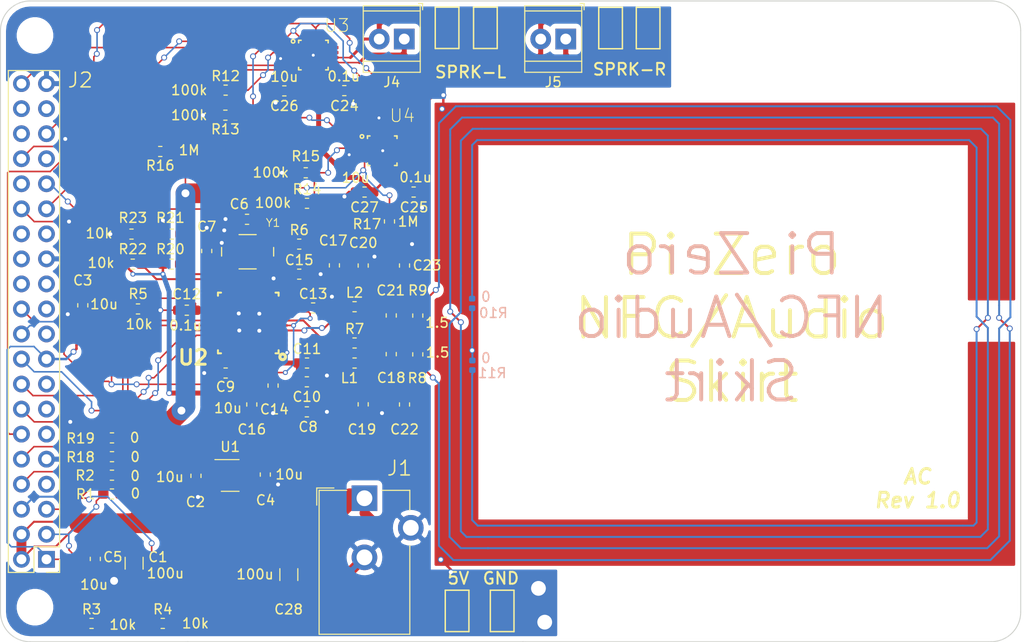
<source format=kicad_pcb>
(kicad_pcb (version 20171130) (host pcbnew 5.1.4+dfsg1-1)
  (title_block (date "15 nov 2012"))
  (layers (0 F.Cu signal) (31 B.Cu signal) (34 B.Paste user) (35 F.Paste user) (36 B.SilkS user) (37 F.SilkS user) (38 B.Mask user) (39 F.Mask user) (44 Edge.Cuts user))
  (net 0 "")
  (net 1 +3V3)
  (net 2 +5V)
  (net 3 GND)
  (net 4 /ID_SD)
  (net 5 /ID_SC)
  (net 6 /GPIO26)
  (net 7 "/GPIO2(SDA1)")
  (net 8 "/GPIO3(SCL1)")
  (net 9 "/GPIO4(GCLK)")
  (net 10 "/GPIO14(TXD0)")
  (net 11 "/GPIO15(RXD0)")
  (net 12 "/GPIO17(GEN0)")
  (net 13 "/GPIO27(GEN2)")
  (net 14 "/GPIO22(GEN3)")
  (net 15 "/GPIO10(SPI0_MOSI)")
  (net 16 "/GPIO9(SPI0_MISO)")
  (net 17 "/GPIO11(SPI0_SCK)")
  (net 18 "/GPIO8(SPI0_CE_N)")
  (net 19 "/GPIO7(SPI1_CE_N)")
  (net 20 "/GPIO12(PWM0)")
  (net 21 "/GPIO13(PWM1)")
  (net 22 /GPIO16)
  (net 23 "/GPIO20(SPI1_MOSI)")
  (net 24 VCOM)
  (net 25 "Net-(C6-Pad1)")
  (net 26 "Net-(C7-Pad1)")
  (net 27 "Net-(C9-Pad1)")
  (net 28 VCC)
  (net 29 "Net-(C15-Pad1)")
  (net 30 "Net-(C17-Pad2)")
  (net 31 "Net-(C17-Pad1)")
  (net 32 "Net-(C18-Pad2)")
  (net 33 "Net-(C18-Pad1)")
  (net 34 "Net-(C20-Pad2)")
  (net 35 "Net-(C21-Pad2)")
  (net 36 I2S_CK)
  (net 37 NFC_IRQ)
  (net 38 NFC_RSTOUT_N)
  (net 39 NFC_RST_PDN_N)
  (net 40 AUDIO_SD_N_0)
  (net 41 AUDIO_SD_N_1)
  (net 42 I2S_WS)
  (net 43 I2S_SD)
  (net 44 PI_UART_TX)
  (net 45 PI_UART_RX)
  (net 46 "Net-(J4-Pad2)")
  (net 47 "Net-(J4-Pad1)")
  (net 48 "Net-(J5-Pad1)")
  (net 49 "Net-(J5-Pad2)")
  (net 50 "Net-(L1-Pad1)")
  (net 51 "Net-(L2-Pad1)")
  (net 52 "Net-(R10-Pad1)")
  (net 53 "Net-(R11-Pad2)")
  (net 54 "Net-(R12-Pad2)")
  (net 55 "Net-(R14-Pad2)")
  (net 56 SEL0)
  (net 57 SEL1)
  (net 58 "Net-(U1-Pad4)")
  (net 59 "Net-(U2-Pad32)")
  (net 60 "Net-(U2-Pad31)")
  (net 61 "Net-(U2-Pad30)")
  (net 62 "Net-(U2-Pad29)")
  (net 63 "Net-(U2-Pad24)")
  (net 64 "Net-(U2-Pad22)")
  (net 65 "Net-(U2-Pad21)")
  (net 66 "Net-(U2-Pad20)")
  (net 67 "Net-(U2-Pad19)")
  (net 68 "Net-(U2-Pad13)")
  (net 69 "Net-(U2-Pad12)")
  (net 70 "Net-(U2-Pad2)")
  (net 71 "Net-(U2-Pad33)")
  (net 72 "Net-(U2-Pad34)")
  (net 73 "Net-(U2-Pad35)")
  (net 74 "Net-(U2-Pad36)")
  (net 75 "Net-(U3-Pad13)")
  (net 76 "Net-(U3-Pad12)")
  (net 77 "Net-(U3-Pad6)")
  (net 78 "Net-(U3-Pad5)")
  (net 79 "Net-(U4-Pad5)")
  (net 80 "Net-(U4-Pad6)")
  (net 81 "Net-(U4-Pad12)")
  (net 82 "Net-(U4-Pad13)")
  (module Resistor_SMD:R_0603_1608Metric_Pad1.05x0.95mm_HandSolder (layer F.Cu) (at 150.8002 80.1614 270)
    (fp_text reference R9 (at -2.5514 0) (layer F.SilkS))
    (fp_text value 1.5 (at 0.7252 -1.9558 180) (layer F.SilkS))
    (pad 1 smd roundrect (at -0.875 0 270) (size 1.05 0.95) (layers F.Cu F.Paste F.Mask) (net 53 "Net-(R11-Pad2)"))
    (pad 2 smd roundrect (at 0.875 0 270) (size 1.05 0.95) (layers F.Cu F.Paste F.Mask) (net 35 "Net-(C21-Pad2)"))
  )
  (module Capacitor_SMD:C_1206_3216Metric_Pad1.42x1.75mm_HandSolder (layer F.Cu) (at 122.022 105.2849 270)
    (fp_text reference C1 (at -0.6239 -2.413) (layer F.SilkS))
    (fp_text value 100u (at 1.0271 -3.175) (layer F.SilkS))
    (pad 2 smd roundrect (at 1.4875 0 270) (size 1.425 1.75) (layers F.Cu F.Paste F.Mask) (roundrect_rratio 0.175439) (net 3 GND))
    (pad 1 smd roundrect (at -1.4875 0 270) (size 1.425 1.75) (layers F.Cu F.Paste F.Mask) (roundrect_rratio 0.175439) (net 2 +5V))
  )
  (module Capacitor_SMD:C_0603_1608Metric_Pad1.05x0.95mm_HandSolder (layer F.Cu) (at 128.2958 96.42 270)
    (fp_text reference C2 (at 2.653 0.0508) (layer F.SilkS))
    (fp_text value 10u (at 0.113 2.6416) (layer F.SilkS))
    (pad 1 smd roundrect (at -0.875 0 270) (size 1.05 0.95) (layers F.Cu F.Paste F.Mask) (net 2 +5V))
    (pad 2 smd roundrect (at 0.875 0 270) (size 1.05 0.95) (layers F.Cu F.Paste F.Mask) (net 3 GND))
  )
  (module Capacitor_SMD:C_0603_1608Metric_Pad1.05x0.95mm_HandSolder (layer F.Cu) (at 116.815 79.12 90)
    (fp_text reference C3 (at 2.526 0) (layer F.SilkS))
    (fp_text value 10u (at 0.113 2.159) (layer F.SilkS))
    (pad 1 smd roundrect (at -0.875 0 90) (size 1.05 0.95) (layers F.Cu F.Paste F.Mask) (net 24 VCOM))
    (pad 2 smd roundrect (at 0.875 0 90) (size 1.05 0.95) (layers F.Cu F.Paste F.Mask) (net 3 GND))
  )
  (module Capacitor_SMD:C_0603_1608Metric_Pad1.05x0.95mm_HandSolder (layer F.Cu) (at 135.3316 96.2904 270)
    (fp_text reference C4 (at 2.6022 -0.0254) (layer F.SilkS))
    (fp_text value 10u (at -0.014 -2.4384) (layer F.SilkS))
    (pad 2 smd roundrect (at 0.875 0 270) (size 1.05 0.95) (layers F.Cu F.Paste F.Mask) (net 3 GND))
    (pad 1 smd roundrect (at -0.875 0 270) (size 1.05 0.95) (layers F.Cu F.Paste F.Mask) (net 1 +3V3))
  )
  (module Capacitor_SMD:C_0603_1608Metric_Pad1.05x0.95mm_HandSolder (layer F.Cu) (at 118.085 104.8502 270)
    (fp_text reference C5 (at -0.1892 -1.778) (layer F.SilkS))
    (fp_text value 10u (at 2.6048 0.127) (layer F.SilkS))
    (pad 2 smd roundrect (at 0.875 0 270) (size 1.05 0.95) (layers F.Cu F.Paste F.Mask) (net 3 GND))
    (pad 1 smd roundrect (at -0.875 0 270) (size 1.05 0.95) (layers F.Cu F.Paste F.Mask) (net 2 +5V))
  )
  (module Capacitor_SMD:C_0603_1608Metric_Pad1.05x0.95mm_HandSolder (layer F.Cu) (at 133.4774 70.3964 180)
    (fp_text reference C6 (at 0.7874 1.5494) (layer F.SilkS))
    (fp_text value 33p hide)
    (pad 2 smd roundrect (at 0.875 0 180) (size 1.05 0.95) (layers F.Cu F.Paste F.Mask) (net 3 GND))
    (pad 1 smd roundrect (at -0.875 0 180) (size 1.05 0.95) (layers F.Cu F.Paste F.Mask) (net 25 "Net-(C6-Pad1)"))
  )
  (module Capacitor_SMD:C_0603_1608Metric_Pad1.05x0.95mm_HandSolder (layer F.Cu) (at 129.388 73.6108 90)
    (fp_text reference C7 (at 2.4778 0) (layer F.SilkS))
    (fp_text value 33p hide)
    (pad 1 smd roundrect (at -0.875 0 90) (size 1.05 0.95) (layers F.Cu F.Paste F.Mask) (net 26 "Net-(C7-Pad1)"))
    (pad 2 smd roundrect (at 0.875 0 90) (size 1.05 0.95) (layers F.Cu F.Paste F.Mask) (net 3 GND))
  )
  (module Capacitor_SMD:C_0603_1608Metric_Pad1.05x0.95mm_HandSolder (layer F.Cu) (at 139.548 89.929)
    (fp_text reference C8 (at 0.127 1.524 180) (layer F.SilkS))
    (fp_text value 10u hide)
    (pad 2 smd roundrect (at 0.875 0) (size 1.05 0.95) (layers F.Cu F.Paste F.Mask) (net 3 GND))
    (pad 1 smd roundrect (at -0.875 0) (size 1.05 0.95) (layers F.Cu F.Paste F.Mask) (net 1 +3V3))
  )
  (module Capacitor_SMD:C_0603_1608Metric_Pad1.05x0.95mm_HandSolder (layer F.Cu) (at 131.307 85.992 180)
    (fp_text reference C9 (at 0.014 -1.397 180) (layer F.SilkS))
    (fp_text value 10u hide)
    (pad 1 smd roundrect (at -0.875 0 180) (size 1.05 0.95) (layers F.Cu F.Paste F.Mask) (net 27 "Net-(C9-Pad1)"))
    (pad 2 smd roundrect (at 0.875 0 180) (size 1.05 0.95) (layers F.Cu F.Paste F.Mask) (net 3 GND))
  )
  (module Capacitor_SMD:C_0603_1608Metric_Pad1.05x0.95mm_HandSolder (layer F.Cu) (at 139.548 86.881)
    (fp_text reference C10 (at 0 1.524 180) (layer F.SilkS))
    (fp_text value 0.1u hide)
    (pad 1 smd roundrect (at -0.875 0) (size 1.05 0.95) (layers F.Cu F.Paste F.Mask) (net 1 +3V3))
    (pad 2 smd roundrect (at 0.875 0) (size 1.05 0.95) (layers F.Cu F.Paste F.Mask) (net 3 GND))
  )
  (module Capacitor_SMD:C_0603_1608Metric_Pad1.05x0.95mm_HandSolder (layer F.Cu) (at 139.562 84.976)
    (fp_text reference C11 (at 0 -1.43 180) (layer F.SilkS))
    (fp_text value 0.1u hide)
    (pad 2 smd roundrect (at 0.875 0) (size 1.05 0.95) (layers F.Cu F.Paste F.Mask) (net 3 GND))
    (pad 1 smd roundrect (at -0.875 0) (size 1.05 0.95) (layers F.Cu F.Paste F.Mask) (net 1 +3V3))
  )
  (module Capacitor_SMD:C_0603_1608Metric_Pad1.05x0.95mm_HandSolder (layer F.Cu) (at 127.3674 79.6166 180)
    (fp_text reference C12 (at 0.0114 1.6256) (layer F.SilkS))
    (fp_text value 0.1u (at 0.1384 -1.5494) (layer F.SilkS))
    (pad 2 smd roundrect (at 0.875 0 180) (size 1.05 0.95) (layers F.Cu F.Paste F.Mask) (net 3 GND))
    (pad 1 smd roundrect (at -0.875 0 180) (size 1.05 0.95) (layers F.Cu F.Paste F.Mask) (net 24 VCOM))
  )
  (module Capacitor_SMD:C_0603_1608Metric_Pad1.05x0.95mm_HandSolder (layer F.Cu) (at 140.183 79.388)
    (fp_text reference C13 (at 0 -1.43 180) (layer F.SilkS))
    (fp_text value 0.1u hide)
    (pad 1 smd roundrect (at -0.875 0) (size 1.05 0.95) (layers F.Cu F.Paste F.Mask) (net 28 VCC))
    (pad 2 smd roundrect (at 0.875 0) (size 1.05 0.95) (layers F.Cu F.Paste F.Mask) (net 3 GND))
  )
  (module Capacitor_SMD:C_0603_1608Metric_Pad1.05x0.95mm_HandSolder (layer F.Cu) (at 136.119 87.262 270)
    (fp_text reference C14 (at 2.413 -0.127 180) (layer F.SilkS))
    (fp_text value 0.1u hide)
    (pad 2 smd roundrect (at 0.875 0 270) (size 1.05 0.95) (layers F.Cu F.Paste F.Mask) (net 3 GND))
    (pad 1 smd roundrect (at -0.875 0 270) (size 1.05 0.95) (layers F.Cu F.Paste F.Mask) (net 28 VCC))
  )
  (module Capacitor_SMD:C_0603_1608Metric_Pad1.05x0.95mm_HandSolder (layer F.Cu) (at 138.772 75.959)
    (fp_text reference C15 (at 0 -1.43 180) (layer F.SilkS))
    (fp_text value 0.1u hide)
    (pad 1 smd roundrect (at -0.875 0) (size 1.05 0.95) (layers F.Cu F.Paste F.Mask) (net 29 "Net-(C15-Pad1)"))
    (pad 2 smd roundrect (at 0.875 0) (size 1.05 0.95) (layers F.Cu F.Paste F.Mask) (net 3 GND))
  )
  (module Capacitor_SMD:C_0603_1608Metric_Pad1.05x0.95mm_HandSolder (layer F.Cu) (at 133.96 89.181 270)
    (fp_text reference C16 (at 2.526 0 180) (layer F.SilkS))
    (fp_text value 10u (at 0.367 2.413 180) (layer F.SilkS))
    (pad 1 smd roundrect (at -0.875 0 270) (size 1.05 0.95) (layers F.Cu F.Paste F.Mask) (net 28 VCC))
    (pad 2 smd roundrect (at 0.875 0 270) (size 1.05 0.95) (layers F.Cu F.Paste F.Mask) (net 3 GND))
  )
  (module Capacitor_SMD:C_0603_1608Metric_Pad1.05x0.95mm_HandSolder (layer F.Cu) (at 142.342 75.07 270)
    (fp_text reference C17 (at -2.526 0.127 180) (layer F.SilkS))
    (fp_text value 1000p hide)
    (pad 1 smd roundrect (at -0.875 0 270) (size 1.05 0.95) (layers F.Cu F.Paste F.Mask) (net 31 "Net-(C17-Pad1)"))
    (pad 2 smd roundrect (at 0.875 0 270) (size 1.05 0.95) (layers F.Cu F.Paste F.Mask) (net 30 "Net-(C17-Pad2)"))
  )
  (module Capacitor_SMD:C_0603_1608Metric_Pad1.05x0.95mm_HandSolder (layer F.Cu) (at 148.1078 84.073 270)
    (fp_text reference C18 (at 2.4016 0 180) (layer F.SilkS))
    (fp_text value 22p hide)
    (pad 1 smd roundrect (at -0.875 0 270) (size 1.05 0.95) (layers F.Cu F.Paste F.Mask) (net 33 "Net-(C18-Pad1)"))
    (pad 2 smd roundrect (at 0.875 0 270) (size 1.05 0.95) (layers F.Cu F.Paste F.Mask) (net 32 "Net-(C18-Pad2)"))
  )
  (module Capacitor_SMD:C_0603_1608Metric_Pad1.05x0.95mm_HandSolder (layer F.Cu) (at 145.263 89.167 270)
    (fp_text reference C19 (at 2.54 0.127 180) (layer F.SilkS))
    (fp_text value 220p hide)
    (pad 2 smd roundrect (at 0.875 0 270) (size 1.05 0.95) (layers F.Cu F.Paste F.Mask) (net 3 GND))
    (pad 1 smd roundrect (at -0.875 0 270) (size 1.05 0.95) (layers F.Cu F.Paste F.Mask) (net 32 "Net-(C18-Pad2)"))
  )
  (module Capacitor_SMD:C_0603_1608Metric_Pad1.05x0.95mm_HandSolder (layer F.Cu) (at 145.263 75.084 270)
    (fp_text reference C20 (at -2.3 0 180) (layer F.SilkS))
    (fp_text value 220p hide)
    (pad 1 smd roundrect (at -0.875 0 270) (size 1.05 0.95) (layers F.Cu F.Paste F.Mask) (net 3 GND))
    (pad 2 smd roundrect (at 0.875 0 270) (size 1.05 0.95) (layers F.Cu F.Paste F.Mask) (net 34 "Net-(C20-Pad2)"))
  )
  (module Capacitor_SMD:C_0603_1608Metric_Pad1.05x0.95mm_HandSolder (layer F.Cu) (at 148.1078 80.15 270)
    (fp_text reference C21 (at -2.54 0.0508 180) (layer F.SilkS))
    (fp_text value 22p hide)
    (pad 2 smd roundrect (at 0.875 0 270) (size 1.05 0.95) (layers F.Cu F.Paste F.Mask) (net 35 "Net-(C21-Pad2)"))
    (pad 1 smd roundrect (at -0.875 0 270) (size 1.05 0.95) (layers F.Cu F.Paste F.Mask) (net 34 "Net-(C20-Pad2)"))
  )
  (module Capacitor_SMD:C_0603_1608Metric_Pad1.05x0.95mm_HandSolder (layer F.Cu) (at 149.454 89.181 270)
    (fp_text reference C22 (at 2.526 0) (layer F.SilkS))
    (fp_text value 100p hide)
    (pad 2 smd roundrect (at 0.875 0 270) (size 1.05 0.95) (layers F.Cu F.Paste F.Mask) (net 3 GND))
    (pad 1 smd roundrect (at -0.875 0 270) (size 1.05 0.95) (layers F.Cu F.Paste F.Mask) (net 33 "Net-(C18-Pad1)"))
  )
  (module Capacitor_SMD:C_0603_1608Metric_Pad1.05x0.95mm_HandSolder (layer F.Cu) (at 149.454 75.084 270)
    (fp_text reference C23 (at -0.014 -2.286 180) (layer F.SilkS))
    (fp_text value 100p hide)
    (pad 1 smd roundrect (at -0.875 0 270) (size 1.05 0.95) (layers F.Cu F.Paste F.Mask) (net 3 GND))
    (pad 2 smd roundrect (at 0.875 0 270) (size 1.05 0.95) (layers F.Cu F.Paste F.Mask) (net 35 "Net-(C21-Pad2)"))
  )
  (module Capacitor_SMD:C_0603_1608Metric_Pad1.05x0.95mm_HandSolder (layer F.Cu) (at 143.3466 57.3408)
    (fp_text reference C24 (at 0.0114 1.5494 180) (layer F.SilkS))
    (fp_text value 0.1u (at -0.0648 -1.4478 180) (layer F.SilkS))
    (pad 2 smd roundrect (at 0.875 0) (size 1.05 0.95) (layers F.Cu F.Paste F.Mask) (net 3 GND))
    (pad 1 smd roundrect (at -0.875 0) (size 1.05 0.95) (layers F.Cu F.Paste F.Mask) (net 2 +5V))
  )
  (module Capacitor_SMD:C_0603_1608Metric_Pad1.05x0.95mm_HandSolder (layer F.Cu) (at 150.3798 67.6278)
    (fp_text reference C25 (at 0.0394 1.5494) (layer F.SilkS))
    (fp_text value 0.1u (at 0.1918 -1.4986) (layer F.SilkS))
    (pad 2 smd roundrect (at 0.875 0) (size 1.05 0.95) (layers F.Cu F.Paste F.Mask) (net 3 GND))
    (pad 1 smd roundrect (at -0.875 0) (size 1.05 0.95) (layers F.Cu F.Paste F.Mask) (net 2 +5V))
  )
  (module Capacitor_SMD:C_0603_1608Metric_Pad1.05x0.95mm_HandSolder (layer F.Cu) (at 137.262 57.3662 180)
    (fp_text reference C26 (at 0 -1.524) (layer F.SilkS))
    (fp_text value 10u (at 0 1.43) (layer F.SilkS))
    (pad 1 smd roundrect (at -0.875 0 180) (size 1.05 0.95) (layers F.Cu F.Paste F.Mask) (net 2 +5V))
    (pad 2 smd roundrect (at 0.875 0 180) (size 1.05 0.95) (layers F.Cu F.Paste F.Mask) (net 3 GND))
  )
  (module Capacitor_SMD:C_0603_1608Metric_Pad1.05x0.95mm_HandSolder (layer F.Cu) (at 145.404 67.6278 180)
    (fp_text reference C27 (at 0.014 -1.5494) (layer F.SilkS))
    (fp_text value 10u (at 0.903 1.4478) (layer F.SilkS))
    (pad 2 smd roundrect (at 0.875 0 180) (size 1.05 0.95) (layers F.Cu F.Paste F.Mask) (net 3 GND))
    (pad 1 smd roundrect (at -0.875 0 180) (size 1.05 0.95) (layers F.Cu F.Paste F.Mask) (net 2 +5V))
  )
  (module Connector_BarrelJack:BarrelJack_CUI_PJ-102AH_Horizontal (layer F.Cu) (at 145.39 98.692)
    (fp_text reference J1 (at 3.556 -3.048) (layer F.SilkS) (effects (font (size 1.5 1.5))))
    (fp_text value Barrel_Jack_Switch hide)
    (pad 1 thru_hole rect (at 0 0) (size 2.6 2.6) (drill 1.6) (layers *.Cu *.Mask) (net 2 +5V))
    (pad 2 thru_hole circle (at 0 6) (size 2.6 2.6) (drill 1.6) (layers *.Cu *.Mask) (net 3 GND))
    (pad 3 thru_hole circle (at 4.7 3) (size 2.6 2.6) (drill 1.6) (layers *.Cu *.Mask) (net 3 GND))
  )
  (module TerminalBlock_TE-Connectivity:TerminalBlock_TE_282834-2_1x02_P2.54mm_Horizontal (layer F.Cu) (at 149.4286 52.1084 180)
    (fp_text reference J4 (at 1.27 -4.37 180) (layer F.SilkS))
    (fp_text value Screw_Terminal_01x02 hide)
    (pad 2 thru_hole circle (at 2.54 0 180) (size 2.1 2.1) (drill 1.1) (layers *.Cu *.Mask) (net 46 "Net-(J4-Pad2)"))
    (pad 1 thru_hole rect (at 0 0 180) (size 2.1 2.1) (drill 1.1) (layers *.Cu *.Mask) (net 47 "Net-(J4-Pad1)"))
  )
  (module TerminalBlock_TE-Connectivity:TerminalBlock_TE_282834-2_1x02_P2.54mm_Horizontal (layer F.Cu) (at 165.8116 52.1084 180)
    (fp_text reference J5 (at 1.27 -4.37 180) (layer F.SilkS))
    (fp_text value Screw_Terminal_01x02 hide)
    (pad 1 thru_hole rect (at 0 0 180) (size 2.1 2.1) (drill 1.1) (layers *.Cu *.Mask) (net 48 "Net-(J5-Pad1)"))
    (pad 2 thru_hole circle (at 2.54 0 180) (size 2.1 2.1) (drill 1.1) (layers *.Cu *.Mask) (net 49 "Net-(J5-Pad2)"))
  )
  (module Inductor_SMD:L_0603_1608Metric_Pad1.05x0.95mm_HandSolder (layer F.Cu) (at 144.388 84.976)
    (fp_text reference L1 (at -0.522 1.524 180) (layer F.SilkS))
    (fp_text value 560n hide)
    (pad 2 smd roundrect (at 0.875 0) (size 1.05 0.95) (layers F.Cu F.Paste F.Mask) (net 32 "Net-(C18-Pad2)"))
    (pad 1 smd roundrect (at -0.875 0) (size 1.05 0.95) (layers F.Cu F.Paste F.Mask) (net 50 "Net-(L1-Pad1)"))
  )
  (module Inductor_SMD:L_0603_1608Metric_Pad1.05x0.95mm_HandSolder (layer F.Cu) (at 144.388 79.261)
    (fp_text reference L2 (at 0 -1.43 180) (layer F.SilkS))
    (fp_text value 560n hide)
    (pad 1 smd roundrect (at -0.875 0) (size 1.05 0.95) (layers F.Cu F.Paste F.Mask) (net 51 "Net-(L2-Pad1)"))
    (pad 2 smd roundrect (at 0.875 0) (size 1.05 0.95) (layers F.Cu F.Paste F.Mask) (net 34 "Net-(C20-Pad2)"))
  )
  (module Resistor_SMD:R_0603_1608Metric_Pad1.05x0.95mm_HandSolder (layer F.Cu) (at 119.7728 98.2602 180)
    (fp_text reference R1 (at 2.6784 -0.0254) (layer F.SilkS))
    (fp_text value 0 (at -2.3762 0.0508) (layer F.SilkS))
    (pad 2 smd roundrect (at 0.875 0 180) (size 1.05 0.95) (layers F.Cu F.Paste F.Mask) (net 7 "/GPIO2(SDA1)"))
    (pad 1 smd roundrect (at -0.875 0 180) (size 1.05 0.95) (layers F.Cu F.Paste F.Mask) (net 45 PI_UART_RX))
  )
  (module Resistor_SMD:R_0603_1608Metric_Pad1.05x0.95mm_HandSolder (layer F.Cu) (at 119.7728 96.3552 180)
    (fp_text reference R2 (at 2.7292 -0.0254) (layer F.SilkS))
    (fp_text value 0 (at -2.3508 -0.0762) (layer F.SilkS))
    (pad 1 smd roundrect (at -0.875 0 180) (size 1.05 0.95) (layers F.Cu F.Paste F.Mask) (net 44 PI_UART_TX))
    (pad 2 smd roundrect (at 0.875 0 180) (size 1.05 0.95) (layers F.Cu F.Paste F.Mask) (net 8 "/GPIO3(SCL1)"))
  )
  (module Resistor_SMD:R_0603_1608Metric_Pad1.05x0.95mm_HandSolder (layer F.Cu) (at 117.704 111.392)
    (fp_text reference R3 (at 0 -1.43 -180) (layer F.SilkS))
    (fp_text value 10k (at 3.175 0.127 -180) (layer F.SilkS))
    (pad 2 smd roundrect (at 0.875 0) (size 1.05 0.95) (layers F.Cu F.Paste F.Mask) (net 7 "/GPIO2(SDA1)"))
    (pad 1 smd roundrect (at -0.875 0) (size 1.05 0.95) (layers F.Cu F.Paste F.Mask) (net 24 VCOM))
  )
  (module Resistor_SMD:R_0603_1608Metric_Pad1.05x0.95mm_HandSolder (layer F.Cu) (at 124.929 111.392)
    (fp_text reference R4 (at 0 -1.43 -180) (layer F.SilkS))
    (fp_text value 10k (at 3.316 0 -180) (layer F.SilkS))
    (pad 1 smd roundrect (at -0.875 0) (size 1.05 0.95) (layers F.Cu F.Paste F.Mask) (net 24 VCOM))
    (pad 2 smd roundrect (at 0.875 0) (size 1.05 0.95) (layers F.Cu F.Paste F.Mask) (net 8 "/GPIO3(SCL1)"))
  )
  (module Resistor_SMD:R_0603_1608Metric_Pad1.05x0.95mm_HandSolder (layer F.Cu) (at 122.4144 79.4896 180)
    (fp_text reference R5 (at -0.014 1.524 180) (layer F.SilkS))
    (fp_text value 10k (at -0.1156 -1.5494) (layer F.SilkS))
    (pad 2 smd roundrect (at 0.875 0 180) (size 1.05 0.95) (layers F.Cu F.Paste F.Mask) (net 39 NFC_RST_PDN_N))
    (pad 1 smd roundrect (at -0.875 0 180) (size 1.05 0.95) (layers F.Cu F.Paste F.Mask) (net 24 VCOM))
  )
  (module Resistor_SMD:R_0603_1608Metric_Pad1.05x0.95mm_HandSolder (layer F.Cu) (at 138.772 72.911)
    (fp_text reference R6 (at 0 -1.43 180) (layer F.SilkS))
    (fp_text value 1k hide)
    (pad 2 smd roundrect (at 0.875 0) (size 1.05 0.95) (layers F.Cu F.Paste F.Mask) (net 29 "Net-(C15-Pad1)"))
    (pad 1 smd roundrect (at -0.875 0) (size 1.05 0.95) (layers F.Cu F.Paste F.Mask) (net 31 "Net-(C17-Pad1)"))
  )
  (module Resistor_SMD:R_0603_1608Metric_Pad1.05x0.95mm_HandSolder (layer F.Cu) (at 144.388 82.944)
    (fp_text reference R7 (at 0 -1.43 180) (layer F.SilkS))
    (fp_text value 1.6k hide)
    (pad 2 smd roundrect (at 0.875 0) (size 1.05 0.95) (layers F.Cu F.Paste F.Mask) (net 32 "Net-(C18-Pad2)"))
    (pad 1 smd roundrect (at -0.875 0) (size 1.05 0.95) (layers F.Cu F.Paste F.Mask) (net 30 "Net-(C17-Pad2)"))
  )
  (module Resistor_SMD:R_0603_1608Metric_Pad1.05x0.95mm_HandSolder (layer F.Cu) (at 150.8002 84.0984 270)
    (fp_text reference R8 (at 2.4016 0.0508) (layer F.SilkS))
    (fp_text value 1.5 (at -0.1892 -2.0066 180) (layer F.SilkS))
    (pad 1 smd roundrect (at -0.875 0 270) (size 1.05 0.95) (layers F.Cu F.Paste F.Mask) (net 33 "Net-(C18-Pad1)"))
    (pad 2 smd roundrect (at 0.875 0 270) (size 1.05 0.95) (layers F.Cu F.Paste F.Mask) (net 52 "Net-(R10-Pad1)"))
  )
  (module Resistor_SMD:R_0603_1608Metric_Pad1.05x0.95mm_HandSolder (layer F.Cu) (at 131.307 57.29)
    (fp_text reference R12 (at 0 -1.43 180) (layer F.SilkS))
    (fp_text value 100k (at -3.697 0 180) (layer F.SilkS))
    (pad 1 smd roundrect (at -0.875 0) (size 1.05 0.95) (layers F.Cu F.Paste F.Mask) (net 2 +5V))
    (pad 2 smd roundrect (at 0.875 0) (size 1.05 0.95) (layers F.Cu F.Paste F.Mask) (net 54 "Net-(R12-Pad2)"))
  )
  (module Resistor_SMD:R_0603_1608Metric_Pad1.05x0.95mm_HandSolder (layer F.Cu) (at 131.279 59.83 180)
    (fp_text reference R13 (at 0 -1.43) (layer F.SilkS))
    (fp_text value 100k (at 3.669 0) (layer F.SilkS))
    (pad 2 smd roundrect (at 0.875 0 180) (size 1.05 0.95) (layers F.Cu F.Paste F.Mask) (net 3 GND))
    (pad 1 smd roundrect (at -0.875 0 180) (size 1.05 0.95) (layers F.Cu F.Paste F.Mask) (net 54 "Net-(R12-Pad2)"))
  )
  (module Resistor_SMD:R_0603_1608Metric_Pad1.05x0.95mm_HandSolder (layer F.Cu) (at 139.562 68.7708)
    (fp_text reference R14 (at 0 -1.43 180) (layer F.SilkS))
    (fp_text value 100k (at -3.443 -0.0508 180) (layer F.SilkS))
    (pad 1 smd roundrect (at -0.875 0) (size 1.05 0.95) (layers F.Cu F.Paste F.Mask) (net 2 +5V))
    (pad 2 smd roundrect (at 0.875 0) (size 1.05 0.95) (layers F.Cu F.Paste F.Mask) (net 55 "Net-(R14-Pad2)"))
  )
  (module Resistor_SMD:R_0603_1608Metric_Pad1.05x0.95mm_HandSolder (layer F.Cu) (at 139.435 65.672 180)
    (fp_text reference R15 (at 0 1.6764) (layer F.SilkS))
    (fp_text value 100k (at 3.5446 0.0254) (layer F.SilkS))
    (pad 2 smd roundrect (at 0.875 0 180) (size 1.05 0.95) (layers F.Cu F.Paste F.Mask) (net 3 GND))
    (pad 1 smd roundrect (at -0.875 0 180) (size 1.05 0.95) (layers F.Cu F.Paste F.Mask) (net 55 "Net-(R14-Pad2)"))
  )
  (module Resistor_SMD:R_0603_1608Metric_Pad1.05x0.95mm_HandSolder (layer F.Cu) (at 124.675 63.513 180)
    (fp_text reference R16 (at 0 -1.43) (layer F.SilkS))
    (fp_text value 1M (at -2.935 0.127) (layer F.SilkS))
    (pad 1 smd roundrect (at -0.875 0 180) (size 1.05 0.95) (layers F.Cu F.Paste F.Mask) (net 2 +5V))
    (pad 2 smd roundrect (at 0.875 0 180) (size 1.05 0.95) (layers F.Cu F.Paste F.Mask) (net 40 AUDIO_SD_N_0))
  )
  (module Resistor_SMD:R_0603_1608Metric_Pad1.05x0.95mm_HandSolder (layer F.Cu) (at 147.93 70.611 90)
    (fp_text reference R17 (at -0.268 -2.286) (layer F.SilkS))
    (fp_text value 1M (at -0.014 1.905) (layer F.SilkS))
    (pad 2 smd roundrect (at 0.875 0 90) (size 1.05 0.95) (layers F.Cu F.Paste F.Mask) (net 41 AUDIO_SD_N_1))
    (pad 1 smd roundrect (at -0.875 0 90) (size 1.05 0.95) (layers F.Cu F.Paste F.Mask) (net 2 +5V))
  )
  (module Resistor_SMD:R_0603_1608Metric_Pad1.05x0.95mm_HandSolder (layer F.Cu) (at 119.7754 94.4756)
    (fp_text reference R18 (at -3.189 0.0508) (layer F.SilkS))
    (fp_text value 0 (at 2.3482 0.0254) (layer F.SilkS))
    (pad 2 smd roundrect (at 0.875 0) (size 1.05 0.95) (layers F.Cu F.Paste F.Mask) (net 44 PI_UART_TX))
    (pad 1 smd roundrect (at -0.875 0) (size 1.05 0.95) (layers F.Cu F.Paste F.Mask) (net 10 "/GPIO14(TXD0)"))
  )
  (module Resistor_SMD:R_0603_1608Metric_Pad1.05x0.95mm_HandSolder (layer F.Cu) (at 119.7754 92.5706)
    (fp_text reference R19 (at -3.1864 0.0508) (layer F.SilkS))
    (fp_text value 0 (at 2.3 -0.0254) (layer F.SilkS))
    (pad 1 smd roundrect (at -0.875 0) (size 1.05 0.95) (layers F.Cu F.Paste F.Mask) (net 11 "/GPIO15(RXD0)"))
    (pad 2 smd roundrect (at 0.875 0) (size 1.05 0.95) (layers F.Cu F.Paste F.Mask) (net 45 PI_UART_RX))
  )
  (module Resistor_SMD:R_0603_1608Metric_Pad1.05x0.95mm_HandSolder (layer F.Cu) (at 125.818 74.943)
    (fp_text reference R20 (at -0.113 -1.524 180) (layer F.SilkS))
    (fp_text value 10k hide)
    (pad 1 smd roundrect (at -0.875 0) (size 1.05 0.95) (layers F.Cu F.Paste F.Mask) (net 1 +3V3))
    (pad 2 smd roundrect (at 0.875 0) (size 1.05 0.95) (layers F.Cu F.Paste F.Mask) (net 56 SEL0))
  )
  (module Resistor_SMD:R_0603_1608Metric_Pad1.05x0.95mm_HandSolder (layer F.Cu) (at 125.846 71.895 180)
    (fp_text reference R21 (at 0.141 1.651) (layer F.SilkS))
    (fp_text value 10k hide)
    (pad 1 smd roundrect (at -0.875 0 180) (size 1.05 0.95) (layers F.Cu F.Paste F.Mask) (net 56 SEL0))
    (pad 2 smd roundrect (at 0.875 0 180) (size 1.05 0.95) (layers F.Cu F.Paste F.Mask) (net 3 GND))
  )
  (module Resistor_SMD:R_0603_1608Metric_Pad1.05x0.95mm_HandSolder (layer F.Cu) (at 121.881 74.943)
    (fp_text reference R22 (at 0.014 -1.524 180) (layer F.SilkS))
    (fp_text value 10k (at -3.2118 -0.127 180) (layer F.SilkS))
    (pad 1 smd roundrect (at -0.875 0) (size 1.05 0.95) (layers F.Cu F.Paste F.Mask) (net 1 +3V3))
    (pad 2 smd roundrect (at 0.875 0) (size 1.05 0.95) (layers F.Cu F.Paste F.Mask) (net 57 SEL1))
  )
  (module Resistor_SMD:R_0603_1608Metric_Pad1.05x0.95mm_HandSolder (layer F.Cu) (at 121.754 71.895 180)
    (fp_text reference R23 (at -0.141 1.651) (layer F.SilkS))
    (fp_text value 10k (at 3.288 0.0762) (layer F.SilkS))
    (pad 2 smd roundrect (at 0.875 0 180) (size 1.05 0.95) (layers F.Cu F.Paste F.Mask) (net 3 GND))
    (pad 1 smd roundrect (at -0.875 0 180) (size 1.05 0.95) (layers F.Cu F.Paste F.Mask) (net 57 SEL1))
  )
  (module Package_TO_SOT_SMD:SOT-23-5 (layer F.Cu) (at 131.7678 96.3806)
    (fp_text reference U1 (at 0 -2.9) (layer F.SilkS))
    (fp_text value MIC5225-3.3V hide)
    (pad 5 smd rect (at 1.1 -0.95) (size 1.06 0.65) (layers F.Cu F.Paste F.Mask) (net 1 +3V3))
    (pad 4 smd rect (at 1.1 0.95) (size 1.06 0.65) (layers F.Cu F.Paste F.Mask) (net 58 "Net-(U1-Pad4)"))
    (pad 3 smd rect (at -1.1 0.95) (size 1.06 0.65) (layers F.Cu F.Paste F.Mask) (net 2 +5V))
    (pad 2 smd rect (at -1.1 0) (size 1.06 0.65) (layers F.Cu F.Paste F.Mask) (net 3 GND))
    (pad 1 smd rect (at -1.1 -0.95) (size 1.06 0.65) (layers F.Cu F.Paste F.Mask) (net 2 +5V))
  )
  (module RasPi_NFC_Audio_PCB_Lib:HVQFN40-6X6 (layer F.Cu) (at 133.6044 80.912 180)
    (fp_text reference U2 (at 5.588 -3.5052) (layer F.SilkS) (effects (font (size 1.5 1.5) (thickness 0.3))))
    (fp_text value PN532 hide)
    (pad 40 smd rect (at -2.25 -3.24 180) (size 0.25 1.5) (layers F.Cu F.Paste F.Mask) (net 1 +3V3))
    (pad 39 smd rect (at -1.75 -3.24 180) (size 0.25 1.5) (layers F.Cu F.Paste F.Mask) (net 28 VCC))
    (pad 38 smd rect (at -1.25 -3.24 180) (size 0.25 1.5) (layers F.Cu F.Paste F.Mask) (net 39 NFC_RST_PDN_N))
    (pad 37 smd rect (at -0.75 -3.24 180) (size 0.25 1.5) (layers F.Cu F.Paste F.Mask) (net 27 "Net-(C9-Pad1)"))
    (pad 36 smd rect (at -0.25 -3.24 180) (size 0.25 1.5) (layers F.Cu F.Paste F.Mask) (net 74 "Net-(U2-Pad36)"))
    (pad 35 smd rect (at 0.25 -3.24 180) (size 0.25 1.5) (layers F.Cu F.Paste F.Mask) (net 73 "Net-(U2-Pad35)"))
    (pad 34 smd rect (at 0.75 -3.24 180) (size 0.25 1.5) (layers F.Cu F.Paste F.Mask) (net 72 "Net-(U2-Pad34)"))
    (pad 33 smd rect (at 1.25 -3.24 180) (size 0.25 1.5) (layers F.Cu F.Paste F.Mask) (net 71 "Net-(U2-Pad33)"))
    (pad 1 smd rect (at -3.24 -2.25 270) (size 0.25 1.5) (layers F.Cu F.Paste F.Mask) (net 3 GND))
    (pad 2 smd rect (at -3.24 -1.75 270) (size 0.25 1.5) (layers F.Cu F.Paste F.Mask) (net 70 "Net-(U2-Pad2)"))
    (pad 3 smd rect (at -3.24 -1.25 270) (size 0.25 1.5) (layers F.Cu F.Paste F.Mask) (net 3 GND))
    (pad 4 smd rect (at -3.24 -0.75 270) (size 0.25 1.5) (layers F.Cu F.Paste F.Mask) (net 51 "Net-(L2-Pad1)"))
    (pad 5 smd rect (at -3.24 -0.25 270) (size 0.25 1.5) (layers F.Cu F.Paste F.Mask) (net 28 VCC))
    (pad 6 smd rect (at -3.24 0.25 270) (size 0.25 1.5) (layers F.Cu F.Paste F.Mask) (net 50 "Net-(L1-Pad1)"))
    (pad 7 smd rect (at -3.24 0.75 270) (size 0.25 1.5) (layers F.Cu F.Paste F.Mask) (net 3 GND))
    (pad 8 smd rect (at -3.24 1.25 270) (size 0.25 1.5) (layers F.Cu F.Paste F.Mask) (net 28 VCC))
    (pad 9 smd rect (at -3.24 1.75 270) (size 0.25 1.5) (layers F.Cu F.Paste F.Mask) (net 29 "Net-(C15-Pad1)"))
    (pad 10 smd rect (at -3.24 2.25 270) (size 0.25 1.5) (layers F.Cu F.Paste F.Mask) (net 31 "Net-(C17-Pad1)"))
    (pad 11 smd rect (at -2.25 3.24) (size 0.25 1.5) (layers F.Cu F.Paste F.Mask) (net 3 GND))
    (pad 12 smd rect (at -1.75 3.24) (size 0.25 1.5) (layers F.Cu F.Paste F.Mask) (net 69 "Net-(U2-Pad12)"))
    (pad 13 smd rect (at -1.25 3.24) (size 0.25 1.5) (layers F.Cu F.Paste F.Mask) (net 68 "Net-(U2-Pad13)"))
    (pad 14 smd rect (at -0.75 3.24) (size 0.25 1.5) (layers F.Cu F.Paste F.Mask) (net 25 "Net-(C6-Pad1)"))
    (pad 15 smd rect (at -0.25 3.24) (size 0.25 1.5) (layers F.Cu F.Paste F.Mask) (net 26 "Net-(C7-Pad1)"))
    (pad 16 smd rect (at 0.25 3.24) (size 0.25 1.5) (layers F.Cu F.Paste F.Mask) (net 56 SEL0))
    (pad 17 smd rect (at 0.75 3.24) (size 0.25 1.5) (layers F.Cu F.Paste F.Mask) (net 57 SEL1))
    (pad 18 smd rect (at 1.25 3.24) (size 0.25 1.5) (layers F.Cu F.Paste F.Mask) (net 3 GND))
    (pad 19 smd rect (at 1.75 3.24) (size 0.25 1.5) (layers F.Cu F.Paste F.Mask) (net 67 "Net-(U2-Pad19)"))
    (pad 20 smd rect (at 2.25 3.24) (size 0.25 1.5) (layers F.Cu F.Paste F.Mask) (net 66 "Net-(U2-Pad20)"))
    (pad 21 smd rect (at 3.24 2.25 90) (size 0.25 1.5) (layers F.Cu F.Paste F.Mask) (net 65 "Net-(U2-Pad21)"))
    (pad 22 smd rect (at 3.24 1.75 90) (size 0.25 1.5) (layers F.Cu F.Paste F.Mask) (net 64 "Net-(U2-Pad22)"))
    (pad 23 smd rect (at 3.24 1.25 90) (size 0.25 1.5) (layers F.Cu F.Paste F.Mask) (net 24 VCOM))
    (pad 24 smd rect (at 3.24 0.75 90) (size 0.25 1.5) (layers F.Cu F.Paste F.Mask) (net 63 "Net-(U2-Pad24)"))
    (pad 25 smd rect (at 3.24 0.25 90) (size 0.25 1.5) (layers F.Cu F.Paste F.Mask) (net 37 NFC_IRQ))
    (pad 26 smd rect (at 3.24 -0.25 90) (size 0.25 1.5) (layers F.Cu F.Paste F.Mask) (net 38 NFC_RSTOUT_N))
    (pad 27 smd rect (at 3.24 -0.75 90) (size 0.25 1.5) (layers F.Cu F.Paste F.Mask) (net 44 PI_UART_TX))
    (pad 28 smd rect (at 3.24 -1.25 90) (size 0.25 1.5) (layers F.Cu F.Paste F.Mask) (net 45 PI_UART_RX))
    (pad 29 smd rect (at 3.24 -1.75 90) (size 0.25 1.5) (layers F.Cu F.Paste F.Mask) (net 62 "Net-(U2-Pad29)"))
    (pad 30 smd rect (at 3.24 -2.25 90) (size 0.25 1.5) (layers F.Cu F.Paste F.Mask) (net 61 "Net-(U2-Pad30)"))
    (pad 31 smd rect (at 2.25 -3.24 180) (size 0.25 1.5) (layers F.Cu F.Paste F.Mask) (net 60 "Net-(U2-Pad31)"))
    (pad 32 smd rect (at 1.75 -3.24 180) (size 0.25 1.5) (layers F.Cu F.Paste F.Mask) (net 59 "Net-(U2-Pad32)"))
    (pad TP smd rect (at 0 0 180) (size 4 4) (layers F.Cu F.Paste F.Mask) (net 3 GND))
  )
  (module RasPi_NFC_Audio_PCB_Lib:QFN50P300X300X80-17N (layer F.Cu) (at 140.2084 53.734)
    (fp_text reference U3 (at 2.3876 -2.9972) (layer F.SilkS) (effects (font (size 1.3 1.3) (thickness 0.1))))
    (fp_text value MAX98357 hide)
    (pad 1 smd rect (at -1.7914 -0.762 270) (size 0.3048 1.5) (layers F.Cu F.Paste F.Mask) (net 43 I2S_SD))
    (pad 2 smd rect (at -1.7914 -0.254 270) (size 0.3048 1.5) (layers F.Cu F.Paste F.Mask) (net 54 "Net-(R12-Pad2)"))
    (pad 3 smd rect (at -1.7914 0.254 270) (size 0.3048 1.5) (layers F.Cu F.Paste F.Mask) (net 3 GND))
    (pad 4 smd rect (at -1.7914 0.762 270) (size 0.3048 1.5) (layers F.Cu F.Paste F.Mask) (net 40 AUDIO_SD_N_0))
    (pad 5 smd rect (at -0.762 1.7914 180) (size 0.3048 1.5) (layers F.Cu F.Paste F.Mask) (net 78 "Net-(U3-Pad5)"))
    (pad 6 smd rect (at -0.254 1.7914 180) (size 0.3048 1.5) (layers F.Cu F.Paste F.Mask) (net 77 "Net-(U3-Pad6)"))
    (pad 7 smd rect (at 0.254 1.7914 180) (size 0.3048 1.5) (layers F.Cu F.Paste F.Mask) (net 2 +5V))
    (pad 8 smd rect (at 0.762 1.7914 180) (size 0.3048 1.5) (layers F.Cu F.Paste F.Mask) (net 2 +5V))
    (pad 9 smd rect (at 1.7914 0.762 270) (size 0.3048 1.5) (layers F.Cu F.Paste F.Mask) (net 47 "Net-(J4-Pad1)"))
    (pad 10 smd rect (at 1.7914 0.254 270) (size 0.3048 1.5) (layers F.Cu F.Paste F.Mask) (net 46 "Net-(J4-Pad2)"))
    (pad 11 smd rect (at 1.7914 -0.254 270) (size 0.3048 1.5) (layers F.Cu F.Paste F.Mask) (net 3 GND))
    (pad 12 smd rect (at 1.7914 -0.762 270) (size 0.3048 1.5) (layers F.Cu F.Paste F.Mask) (net 76 "Net-(U3-Pad12)"))
    (pad 13 smd rect (at 0.762 -1.7914 180) (size 0.3048 1.5) (layers F.Cu F.Paste F.Mask) (net 75 "Net-(U3-Pad13)"))
    (pad 14 smd rect (at 0.254 -1.7914 180) (size 0.3048 1.5) (layers F.Cu F.Paste F.Mask) (net 42 I2S_WS))
    (pad 15 smd rect (at -0.254 -1.7914 180) (size 0.3048 1.5) (layers F.Cu F.Paste F.Mask) (net 3 GND))
    (pad 16 smd rect (at -0.762 -1.7914 180) (size 0.3048 1.5) (layers F.Cu F.Paste F.Mask) (net 36 I2S_CK))
    (pad 17 smd rect (at 0 0) (size 1.4478 1.4478) (layers F.Cu F.Paste F.Mask) (net 3 GND))
  )
  (module RasPi_NFC_Audio_PCB_Lib:QFN50P300X300X80-17N (layer F.Cu) (at 147.1934 63.4368)
    (fp_text reference U4 (at 2.032 -3.556) (layer F.SilkS) (effects (font (size 1.3 1.3) (thickness 0.1))))
    (fp_text value MAX98357 hide)
    (pad 17 smd rect (at 0 0) (size 1.4478 1.4478) (layers F.Cu F.Paste F.Mask) (net 3 GND))
    (pad 16 smd rect (at -0.762 -1.7914 180) (size 0.3048 1.5) (layers F.Cu F.Paste F.Mask) (net 36 I2S_CK))
    (pad 15 smd rect (at -0.254 -1.7914 180) (size 0.3048 1.5) (layers F.Cu F.Paste F.Mask) (net 3 GND))
    (pad 14 smd rect (at 0.254 -1.7914 180) (size 0.3048 1.5) (layers F.Cu F.Paste F.Mask) (net 42 I2S_WS))
    (pad 13 smd rect (at 0.762 -1.7914 180) (size 0.3048 1.5) (layers F.Cu F.Paste F.Mask) (net 82 "Net-(U4-Pad13)"))
    (pad 12 smd rect (at 1.7914 -0.762 270) (size 0.3048 1.5) (layers F.Cu F.Paste F.Mask) (net 81 "Net-(U4-Pad12)"))
    (pad 11 smd rect (at 1.7914 -0.254 270) (size 0.3048 1.5) (layers F.Cu F.Paste F.Mask) (net 3 GND))
    (pad 10 smd rect (at 1.7914 0.254 270) (size 0.3048 1.5) (layers F.Cu F.Paste F.Mask) (net 49 "Net-(J5-Pad2)"))
    (pad 9 smd rect (at 1.7914 0.762 270) (size 0.3048 1.5) (layers F.Cu F.Paste F.Mask) (net 48 "Net-(J5-Pad1)"))
    (pad 8 smd rect (at 0.762 1.7914 180) (size 0.3048 1.5) (layers F.Cu F.Paste F.Mask) (net 2 +5V))
    (pad 7 smd rect (at 0.254 1.7914 180) (size 0.3048 1.5) (layers F.Cu F.Paste F.Mask) (net 2 +5V))
    (pad 6 smd rect (at -0.254 1.7914 180) (size 0.3048 1.5) (layers F.Cu F.Paste F.Mask) (net 80 "Net-(U4-Pad6)"))
    (pad 5 smd rect (at -0.762 1.7914 180) (size 0.3048 1.5) (layers F.Cu F.Paste F.Mask) (net 79 "Net-(U4-Pad5)"))
    (pad 4 smd rect (at -1.7914 0.762 270) (size 0.3048 1.5) (layers F.Cu F.Paste F.Mask) (net 41 AUDIO_SD_N_1))
    (pad 3 smd rect (at -1.7914 0.254 270) (size 0.3048 1.5) (layers F.Cu F.Paste F.Mask) (net 3 GND))
    (pad 2 smd rect (at -1.7914 -0.254 270) (size 0.3048 1.5) (layers F.Cu F.Paste F.Mask) (net 55 "Net-(R14-Pad2)"))
    (pad 1 smd rect (at -1.7914 -0.762 270) (size 0.3048 1.5) (layers F.Cu F.Paste F.Mask) (net 43 I2S_SD))
  )
  (module RasPi_NFC_Audio_PCB_Lib:OSCCC500X320X105N (layer F.Cu) (at 133.536 73.6866 180)
    (fp_text reference Y1 (at -2.583 2.9346) (layer F.SilkS) (effects (font (size 0.802409 0.802409) (thickness 0.1))))
    (fp_text value Oscillator hide)
    (pad 2 smd rect (at 1.1 0.85 180) (size 1.4 1.2) (layers F.Cu F.Paste F.Mask) (net 3 GND))
    (pad 1 smd rect (at -1.1 0.85 180) (size 1.4 1.2) (layers F.Cu F.Paste F.Mask) (net 25 "Net-(C6-Pad1)"))
    (pad 3 smd rect (at 1.1 -0.85 180) (size 1.4 1.2) (layers F.Cu F.Paste F.Mask) (net 26 "Net-(C7-Pad1)"))
    (pad 4 smd rect (at -1.1 -0.85 180) (size 1.4 1.2) (layers F.Cu F.Paste F.Mask) (net 3 GND))
  )
  (module TestPoint:TestPoint_Keystone_5019_Minature (layer F.Cu) (at 159.36 110.122 270)
    (fp_text reference TP1 hide)
    (fp_text value TestPoint hide)
    (pad 1 smd rect (at 0 0 270) (size 3.8 2) (layers F.Cu F.Paste F.Mask) (net 3 GND))
  )
  (module TestPoint:TestPoint_Keystone_5019_Minature (layer F.Cu) (at 154.788 110.122 270)
    (fp_text reference TP2 hide)
    (fp_text value TestPoint hide)
    (pad 1 smd rect (at 0 0 270) (size 3.8 2) (layers F.Cu F.Paste F.Mask) (net 2 +5V))
  )
  (module TestPoint:TestPoint_Keystone_5019_Minature (layer F.Cu) (at 153.772 50.9654 270)
    (fp_text reference TP5 hide)
    (fp_text value TestPoint hide)
    (pad 1 smd rect (at 0 0 270) (size 3.8 2) (layers F.Cu F.Paste F.Mask) (net 46 "Net-(J4-Pad2)"))
  )
  (module TestPoint:TestPoint_Keystone_5019_Minature (layer F.Cu) (at 157.6582 50.9654 270)
    (fp_text reference TP6 hide)
    (fp_text value TestPoint hide)
    (pad 1 smd rect (at 0 0 270) (size 3.8 2) (layers F.Cu F.Paste F.Mask) (net 47 "Net-(J4-Pad1)"))
  )
  (module TestPoint:TestPoint_Keystone_5019_Minature (layer F.Cu) (at 170.3582 50.9908 270)
    (fp_text reference TP7 hide)
    (fp_text value TestPoint hide)
    (pad 1 smd rect (at 0 0 270) (size 3.8 2) (layers F.Cu F.Paste F.Mask) (net 49 "Net-(J5-Pad2)"))
  )
  (module TestPoint:TestPoint_Keystone_5019_Minature (layer F.Cu) (at 174.1682 50.9908 270)
    (fp_text reference TP8 hide)
    (fp_text value TestPoint hide)
    (pad 1 smd rect (at 0 0 270) (size 3.8 2) (layers F.Cu F.Paste F.Mask) (net 48 "Net-(J5-Pad1)"))
  )
  (module MountingHole:MountingHole_2.7mm_M2.5 (layer F.Cu) (at 111.9654 109.7462 270)
    (fp_text reference MK1 hide)
    (fp_text value M2.5 hide)
    (pad 1 np_thru_hole circle (at 0 0 270) (size 2.7 2.7) (drill 2.7) (layers *.Cu *.Mask))
  )
  (module MountingHole:MountingHole_2.7mm_M2.5 (layer F.Cu) (at 111.9654 51.7462 270)
    (fp_text reference MK2 hide)
    (fp_text value M2.5 hide)
    (pad 1 np_thru_hole circle (at 0 0 270) (size 2.7 2.7) (drill 2.7) (layers *.Cu *.Mask))
  )
  (module MountingHole:MountingHole_2.7mm_M2.5 (layer F.Cu) (at 208.4654 109.7462 90)
    (fp_text reference MK3 hide)
    (fp_text value M2.5 hide)
    (pad 1 np_thru_hole circle (at 0 0 90) (size 2.7 2.7) (drill 2.7) (layers *.Cu *.Mask))
  )
  (module MountingHole:MountingHole_2.7mm_M2.5 (layer F.Cu) (at 208.4654 51.7462 90)
    (fp_text reference MK4 hide)
    (fp_text value M2.5 hide)
    (pad 1 np_thru_hole circle (at 0 0 90) (size 2.7 2.7) (drill 2.7) (layers *.Cu *.Mask))
  )
  (module Resistor_SMD:R_0402_1005Metric (layer B.Cu) (at 156.312 78.9308 270)
    (fp_text reference R10 (at 0.9652 -2.159 180) (layer B.SilkS) (effects (justify mirror)))
    (fp_text value 0 (at -0.6858 -1.397 180) (layer B.SilkS) (effects (justify mirror)))
    (pad 2 smd roundrect (at 0.485 0 270) (size 0.59 0.64) (layers B.Cu B.Paste B.Mask) (net 3 GND))
    (pad 1 smd roundrect (at -0.485 0 270) (size 0.59 0.64) (layers B.Cu B.Paste B.Mask) (net 52 "Net-(R10-Pad1)"))
  )
  (module Resistor_SMD:R_0402_1005Metric (layer B.Cu) (at 156.3374 85.207 270)
    (fp_text reference R11 (at 0.785 -2.0066 180) (layer B.SilkS) (effects (justify mirror)))
    (fp_text value 0 (at -0.739 -1.3716 180) (layer B.SilkS) (effects (justify mirror)))
    (pad 1 smd roundrect (at -0.485 0 270) (size 0.59 0.64) (layers B.Cu B.Paste B.Mask) (net 3 GND))
    (pad 2 smd roundrect (at 0.485 0 270) (size 0.59 0.64) (layers B.Cu B.Paste B.Mask) (net 53 "Net-(R11-Pad2)"))
  )
  (module Connector_PinHeader_2.54mm:PinHeader_2x20_P2.54mm_Vertical (layer F.Cu) (at 113.132 104.8896 180)
    (fp_text reference J2 (at -3.429 48.6156) (layer F.SilkS) (effects (font (size 1.5 1.5))))
    (fp_text value Conn_02x20_Odd_Even hide)
    (pad 1 thru_hole rect (at 0 0 180) (size 1.7 1.7) (drill 1) (layers *.Cu *.Mask) (net 24 VCOM))
    (pad 2 thru_hole oval (at 2.54 0 180) (size 1.7 1.7) (drill 1) (layers *.Cu *.Mask) (net 2 +5V))
    (pad 3 thru_hole oval (at 0 2.54 180) (size 1.7 1.7) (drill 1) (layers *.Cu *.Mask) (net 7 "/GPIO2(SDA1)"))
    (pad 4 thru_hole oval (at 2.54 2.54 180) (size 1.7 1.7) (drill 1) (layers *.Cu *.Mask) (net 2 +5V))
    (pad 5 thru_hole oval (at 0 5.08 180) (size 1.7 1.7) (drill 1) (layers *.Cu *.Mask) (net 8 "/GPIO3(SCL1)"))
    (pad 6 thru_hole oval (at 2.54 5.08 180) (size 1.7 1.7) (drill 1) (layers *.Cu *.Mask) (net 3 GND))
    (pad 7 thru_hole oval (at 0 7.62 180) (size 1.7 1.7) (drill 1) (layers *.Cu *.Mask) (net 9 "/GPIO4(GCLK)"))
    (pad 8 thru_hole oval (at 2.54 7.62 180) (size 1.7 1.7) (drill 1) (layers *.Cu *.Mask) (net 10 "/GPIO14(TXD0)"))
    (pad 9 thru_hole oval (at 0 10.16 180) (size 1.7 1.7) (drill 1) (layers *.Cu *.Mask) (net 3 GND))
    (pad 10 thru_hole oval (at 2.54 10.16 180) (size 1.7 1.7) (drill 1) (layers *.Cu *.Mask) (net 11 "/GPIO15(RXD0)"))
    (pad 11 thru_hole oval (at 0 12.7 180) (size 1.7 1.7) (drill 1) (layers *.Cu *.Mask) (net 12 "/GPIO17(GEN0)"))
    (pad 12 thru_hole oval (at 2.54 12.7 180) (size 1.7 1.7) (drill 1) (layers *.Cu *.Mask) (net 36 I2S_CK))
    (pad 13 thru_hole oval (at 0 15.24 180) (size 1.7 1.7) (drill 1) (layers *.Cu *.Mask) (net 13 "/GPIO27(GEN2)"))
    (pad 14 thru_hole oval (at 2.54 15.24 180) (size 1.7 1.7) (drill 1) (layers *.Cu *.Mask) (net 3 GND))
    (pad 15 thru_hole oval (at 0 17.78 180) (size 1.7 1.7) (drill 1) (layers *.Cu *.Mask) (net 14 "/GPIO22(GEN3)"))
    (pad 16 thru_hole oval (at 2.54 17.78 180) (size 1.7 1.7) (drill 1) (layers *.Cu *.Mask) (net 37 NFC_IRQ))
    (pad 17 thru_hole oval (at 0 20.32 180) (size 1.7 1.7) (drill 1) (layers *.Cu *.Mask) (net 24 VCOM))
    (pad 18 thru_hole oval (at 2.54 20.32 180) (size 1.7 1.7) (drill 1) (layers *.Cu *.Mask) (net 38 NFC_RSTOUT_N))
    (pad 19 thru_hole oval (at 0 22.86 180) (size 1.7 1.7) (drill 1) (layers *.Cu *.Mask) (net 15 "/GPIO10(SPI0_MOSI)"))
    (pad 20 thru_hole oval (at 2.54 22.86 180) (size 1.7 1.7) (drill 1) (layers *.Cu *.Mask) (net 3 GND))
    (pad 21 thru_hole oval (at 0 25.4 180) (size 1.7 1.7) (drill 1) (layers *.Cu *.Mask) (net 16 "/GPIO9(SPI0_MISO)"))
    (pad 22 thru_hole oval (at 2.54 25.4 180) (size 1.7 1.7) (drill 1) (layers *.Cu *.Mask) (net 39 NFC_RST_PDN_N))
    (pad 23 thru_hole oval (at 0 27.94 180) (size 1.7 1.7) (drill 1) (layers *.Cu *.Mask) (net 17 "/GPIO11(SPI0_SCK)"))
    (pad 24 thru_hole oval (at 2.54 27.94 180) (size 1.7 1.7) (drill 1) (layers *.Cu *.Mask) (net 18 "/GPIO8(SPI0_CE_N)"))
    (pad 25 thru_hole oval (at 0 30.48 180) (size 1.7 1.7) (drill 1) (layers *.Cu *.Mask) (net 3 GND))
    (pad 26 thru_hole oval (at 2.54 30.48 180) (size 1.7 1.7) (drill 1) (layers *.Cu *.Mask) (net 19 "/GPIO7(SPI1_CE_N)"))
    (pad 27 thru_hole oval (at 0 33.02 180) (size 1.7 1.7) (drill 1) (layers *.Cu *.Mask) (net 4 /ID_SD))
    (pad 28 thru_hole oval (at 2.54 33.02 180) (size 1.7 1.7) (drill 1) (layers *.Cu *.Mask) (net 5 /ID_SC))
    (pad 29 thru_hole oval (at 0 35.56 180) (size 1.7 1.7) (drill 1) (layers *.Cu *.Mask) (net 40 AUDIO_SD_N_0))
    (pad 30 thru_hole oval (at 2.54 35.56 180) (size 1.7 1.7) (drill 1) (layers *.Cu *.Mask) (net 3 GND))
    (pad 31 thru_hole oval (at 0 38.1 180) (size 1.7 1.7) (drill 1) (layers *.Cu *.Mask) (net 41 AUDIO_SD_N_1))
    (pad 32 thru_hole oval (at 2.54 38.1 180) (size 1.7 1.7) (drill 1) (layers *.Cu *.Mask) (net 20 "/GPIO12(PWM0)"))
    (pad 33 thru_hole oval (at 0 40.64 180) (size 1.7 1.7) (drill 1) (layers *.Cu *.Mask) (net 21 "/GPIO13(PWM1)"))
    (pad 34 thru_hole oval (at 2.54 40.64 180) (size 1.7 1.7) (drill 1) (layers *.Cu *.Mask) (net 3 GND))
    (pad 35 thru_hole oval (at 0 43.18 180) (size 1.7 1.7) (drill 1) (layers *.Cu *.Mask) (net 42 I2S_WS))
    (pad 36 thru_hole oval (at 2.54 43.18 180) (size 1.7 1.7) (drill 1) (layers *.Cu *.Mask) (net 22 /GPIO16))
    (pad 37 thru_hole oval (at 0 45.72 180) (size 1.7 1.7) (drill 1) (layers *.Cu *.Mask) (net 6 /GPIO26))
    (pad 38 thru_hole oval (at 2.54 45.72 180) (size 1.7 1.7) (drill 1) (layers *.Cu *.Mask) (net 23 "/GPIO20(SPI1_MOSI)"))
    (pad 39 thru_hole oval (at 0 48.26 180) (size 1.7 1.7) (drill 1) (layers *.Cu *.Mask) (net 3 GND))
    (pad 40 thru_hole oval (at 2.54 48.26 180) (size 1.7 1.7) (drill 1) (layers *.Cu *.Mask) (net 43 I2S_SD))
  )
  (module Capacitor_SMD:C_1206_3216Metric_Pad1.42x1.75mm_HandSolder (layer F.Cu) (at 137.7192 106.439 270)
    (fp_text reference C28 (at 3.5306 0.0254 180) (layer F.SilkS))
    (fp_text value 100u (at -0.0254 3.429 180) (layer F.SilkS))
    (pad 1 smd roundrect (at -1.4875 0 270) (size 1.425 1.75) (layers F.Cu F.Paste F.Mask) (roundrect_rratio 0.175439) (net 2 +5V))
    (pad 2 smd roundrect (at 1.4875 0 270) (size 1.425 1.75) (layers F.Cu F.Paste F.Mask) (roundrect_rratio 0.175439) (net 3 GND))
  )
  (gr_circle (center 137.0842 84.341) (end 137.437981 84.341) (layer F.SilkS) (width 0.15))
  (gr_text "AC\nRev 1.0" (at 201.4986 97.7014) (layer F.SilkS) (effects (font (size 1.5 1.5) (thickness 0.3) italic)))
  (gr_text "Pi Zero\nNFC/Audio\nSkirt" (at 182.6518 80.4548) (layer F.SilkS) (effects (font (size 4 4) (thickness 0.4))))
  (gr_text GND (at 159.233 106.82) (layer F.SilkS) (effects (font (size 1.2 1.2) (thickness 0.2))))
  (gr_text 5V (at 154.915 106.82) (layer F.SilkS) (effects (font (size 1.2 1.2) (thickness 0.2))))
  (gr_circle (center 145.136 61.989) (end 145.263 62.116) (layer F.SilkS) (width 0.15))
  (gr_circle (center 138.151 52.337) (end 138.278 52.464) (layer F.SilkS) (width 0.15))
  (gr_text "Pi Zero\nNFC/Audio\nSkirt" (at 182.601 80.404) (layer B.SilkS) (effects (font (size 4 4) (thickness 0.4)) (justify mirror)))
  (gr_text SPRK-R (at 172.2886 55.1818) (layer F.SilkS) (effects (font (size 1.2 1.2) (thickness 0.2))))
  (gr_text SPRK-L (at 156.1596 55.4612) (layer F.SilkS) (effects (font (size 1.2 1.2) (thickness 0.2))))
  (gr_line (start 161.4654 48.2462) (end 208.9654 48.2462) (layer Edge.Cuts) (width 0.1))
  (gr_line (start 208.9654 113.2462) (end 161.4654 113.2462) (layer Edge.Cuts) (width 0.1))
  (gr_line (start 111.4654 113.2462) (end 127.4654 113.2462) (layer Edge.Cuts) (width 0.1))
  (gr_arc (start 111.4654 51.2462) (end 108.4654 51.2462) (angle 90) (layer Edge.Cuts) (width 0.1))
  (gr_arc (start 208.9654 51.2462) (end 208.9654 48.2462) (angle 90) (layer Edge.Cuts) (width 0.1))
  (gr_arc (start 208.9654 110.2462) (end 211.9654 110.2462) (angle 90) (layer Edge.Cuts) (width 0.1))
  (gr_arc (start 111.4654 110.2462) (end 111.4654 113.2462) (angle 90) (layer Edge.Cuts) (width 0.1))
  (gr_line (start 108.4654 51.2462) (end 108.4654 110.2462) (layer Edge.Cuts) (width 0.1))
  (gr_line (start 161.4654 48.2462) (end 111.4654 48.2462) (layer Edge.Cuts) (width 0.1))
  (gr_line (start 211.9654 110.2462) (end 211.9654 51.2462) (layer Edge.Cuts) (width 0.1))
  (gr_line (start 127.4654 113.2462) (end 161.4654 113.2462) (layer Edge.Cuts) (width 0.1))
  (segment (start 138.687 86.867) (end 138.673 86.881) (width 0.16) (layer F.Cu) (net 1))
  (segment (start 138.687 84.976) (end 138.687 86.867) (width 0.5) (layer F.Cu) (net 1))
  (segment (start 135.8544 84.777) (end 135.8544 84.152) (width 0.16) (layer F.Cu) (net 1))
  (segment (start 136.1394 85.062) (end 135.8544 84.777) (width 0.3) (layer F.Cu) (net 1))
  (segment (start 136.5924 85.062) (end 136.1394 85.062) (width 0.5) (layer F.Cu) (net 1))
  (segment (start 136.6784 84.976) (end 136.5924 85.062) (width 0.16) (layer F.Cu) (net 1))
  (segment (start 138.687 84.976) (end 136.6784 84.976) (width 0.5) (layer F.Cu) (net 1))
  (segment (start 138.673 86.881) (end 138.673 89.929) (width 0.5) (layer F.Cu) (net 1))
  (segment (start 135.3164 95.4306) (end 135.3316 95.4154) (width 0.5) (layer F.Cu) (net 1))
  (segment (start 132.8678 95.4306) (end 135.3164 95.4306) (width 0.5) (layer F.Cu) (net 1))
  (segment (start 138.673 90.504) (end 138.673 89.929) (width 0.5) (layer F.Cu) (net 1))
  (segment (start 138.673 92.649) (end 138.673 90.504) (width 0.5) (layer F.Cu) (net 1))
  (segment (start 135.9066 95.4154) (end 138.673 92.649) (width 0.5) (layer F.Cu) (net 1))
  (segment (start 135.3316 95.4154) (end 135.9066 95.4154) (width 0.5) (layer F.Cu) (net 1))
  (segment (start 132.8678 94.6056) (end 132.817 94.5548) (width 0.5) (layer F.Cu) (net 1))
  (segment (start 132.8678 95.4306) (end 132.8678 94.6056) (width 0.5) (layer F.Cu) (net 1))
  (segment (start 132.817 94.5548) (end 132.817 91.961) (width 0.5) (layer F.Cu) (net 1))
  (via (at 125.578 88.024) (size 0.6) (drill 0.4) (layers F.Cu B.Cu) (net 1))
  (segment (start 132.817 91.961) (end 128.88 88.024) (width 0.5) (layer F.Cu) (net 1))
  (segment (start 128.88 88.024) (end 125.578 88.024) (width 0.5) (layer F.Cu) (net 1))
  (via (at 124.943 75.959) (size 0.5) (drill 0.3) (layers F.Cu B.Cu) (net 1))
  (segment (start 125.578 77.737) (end 125.578 88.024) (width 0.5) (layer B.Cu) (net 1))
  (segment (start 124.943 75.959) (end 125.578 77.737) (width 0.5) (layer B.Cu) (net 1))
  (segment (start 124.943 74.943) (end 124.943 75.959) (width 0.25) (layer F.Cu) (net 1))
  (via (at 121.895 75.959) (size 0.5) (drill 0.3) (layers F.Cu B.Cu) (net 1))
  (segment (start 124.943 75.959) (end 121.895 75.959) (width 0.25) (layer B.Cu) (net 1))
  (segment (start 121.895 75.832) (end 121.006 74.943) (width 0.25) (layer F.Cu) (net 1))
  (segment (start 121.895 75.959) (end 121.895 75.832) (width 0.25) (layer F.Cu) (net 1))
  (segment (start 143.93 98.692) (end 145.39 98.692) (width 0.16) (layer F.Cu) (net 2))
  (segment (start 141.39 101.232) (end 143.93 98.692) (width 2) (layer F.Cu) (net 2))
  (segment (start 110.592 102.3496) (end 110.592 104.8896) (width 1) (layer F.Cu) (net 2))
  (segment (start 110.592 102.3496) (end 111.862 101.0796) (width 0.2) (layer F.Cu) (net 2))
  (segment (start 116.2816 101.0796) (end 116.434 101.232) (width 0.2) (layer F.Cu) (net 2))
  (segment (start 111.862 101.0796) (end 116.2816 101.0796) (width 0.2) (layer F.Cu) (net 2))
  (segment (start 110.592 104.8896) (end 111.8874 103.5942) (width 0.2) (layer F.Cu) (net 2))
  (segment (start 114.0718 103.5942) (end 116.434 101.232) (width 0.2) (layer F.Cu) (net 2))
  (segment (start 111.8874 103.5942) (end 114.0718 103.5942) (width 0.2) (layer F.Cu) (net 2))
  (segment (start 138.490547 104.131453) (end 141.39 101.232) (width 1) (layer F.Cu) (net 2))
  (segment (start 138.490547 104.180153) (end 138.490547 104.131453) (width 0.2) (layer F.Cu) (net 2))
  (segment (start 137.7192 104.9515) (end 138.490547 104.180153) (width 0.2) (layer F.Cu) (net 2))
  (segment (start 116.434 102.0419) (end 116.434 101.232) (width 0.2) (layer F.Cu) (net 2))
  (segment (start 145.39 100.192) (end 146.3298 101.1318) (width 1) (layer F.Cu) (net 2))
  (segment (start 145.39 98.692) (end 145.39 100.192) (width 0.2) (layer F.Cu) (net 2))
  (segment (start 146.3298 101.1318) (end 146.3298 101.7654) (width 1) (layer F.Cu) (net 2))
  (segment (start 146.3298 101.7654) (end 151.9686 107.4042) (width 1) (layer F.Cu) (net 2))
  (segment (start 154.788 109.222) (end 154.788 110.122) (width 0.2) (layer F.Cu) (net 2))
  (segment (start 152.9702 107.4042) (end 154.788 109.222) (width 1) (layer F.Cu) (net 2))
  (segment (start 151.9686 107.4042) (end 152.9702 107.4042) (width 1) (layer F.Cu) (net 2))
  (segment (start 127.7208 95.545) (end 127.7182 95.5424) (width 0.5) (layer F.Cu) (net 2))
  (segment (start 128.2958 95.545) (end 127.7208 95.545) (width 0.2) (layer F.Cu) (net 2))
  (segment (start 127.7182 95.5424) (end 127.3814 95.5424) (width 0.5) (layer F.Cu) (net 2))
  (segment (start 127.3814 95.5424) (end 126.34 96.5838) (width 0.5) (layer F.Cu) (net 2))
  (segment (start 126.34 96.5838) (end 126.34 99.5556) (width 0.5) (layer F.Cu) (net 2))
  (segment (start 128.0164 101.232) (end 128.1942 101.232) (width 0.2) (layer F.Cu) (net 2))
  (segment (start 126.34 99.5556) (end 128.0164 101.232) (width 0.5) (layer F.Cu) (net 2))
  (segment (start 141.39 101.232) (end 128.1942 101.232) (width 2) (layer F.Cu) (net 2))
  (segment (start 130.5534 95.545) (end 130.6678 95.4306) (width 0.2) (layer F.Cu) (net 2))
  (segment (start 128.2958 95.545) (end 130.5534 95.545) (width 0.5) (layer F.Cu) (net 2))
  (segment (start 131.3978 95.4306) (end 131.6994 95.7322) (width 0.5) (layer F.Cu) (net 2))
  (segment (start 130.6678 95.4306) (end 131.3978 95.4306) (width 0.5) (layer F.Cu) (net 2))
  (segment (start 131.6994 95.7322) (end 131.6994 97.0664) (width 0.5) (layer F.Cu) (net 2))
  (segment (start 131.4352 97.3306) (end 130.6678 97.3306) (width 0.5) (layer F.Cu) (net 2))
  (segment (start 131.6994 97.0664) (end 131.4352 97.3306) (width 0.5) (layer F.Cu) (net 2))
  (segment (start 118.085 103.3502) (end 116.434 101.6992) (width 0.5) (layer F.Cu) (net 2))
  (segment (start 116.434 101.6992) (end 116.434 101.232) (width 0.5) (layer F.Cu) (net 2))
  (segment (start 118.085 103.9752) (end 118.085 103.3502) (width 0.5) (layer F.Cu) (net 2))
  (segment (start 122.022 102.9849) (end 120.2691 101.232) (width 0.5) (layer F.Cu) (net 2))
  (segment (start 122.022 103.7974) (end 122.022 102.9849) (width 0.5) (layer F.Cu) (net 2))
  (segment (start 120.2691 101.232) (end 119.8884 101.232) (width 0.5) (layer F.Cu) (net 2))
  (segment (start 119.8884 101.232) (end 116.434 101.232) (width 2) (layer F.Cu) (net 2))
  (segment (start 147.4474 65.2282) (end 147.9554 65.2282) (width 0.16) (layer F.Cu) (net 2))
  (segment (start 148.3578 65.2282) (end 147.9554 65.2282) (width 0.25) (layer F.Cu) (net 2))
  (segment (start 149.5048 66.3752) (end 148.3578 65.2282) (width 0.25) (layer F.Cu) (net 2))
  (segment (start 149.5048 67.6278) (end 149.5048 66.3752) (width 0.25) (layer F.Cu) (net 2))
  (segment (start 147.9554 65.9514) (end 147.9554 65.2282) (width 0.25) (layer F.Cu) (net 2))
  (segment (start 146.279 67.6278) (end 147.9554 65.9514) (width 0.25) (layer F.Cu) (net 2))
  (segment (start 140.4624 55.5254) (end 140.9704 55.5254) (width 0.16) (layer F.Cu) (net 2))
  (segment (start 142.4716 57.0266) (end 140.9704 55.5254) (width 0.25) (layer F.Cu) (net 2))
  (segment (start 142.4716 57.3408) (end 142.4716 57.0266) (width 0.25) (layer F.Cu) (net 2))
  (segment (start 140.9704 56.123) (end 140.9704 55.5254) (width 0.25) (layer F.Cu) (net 2))
  (segment (start 139.7272 57.3662) (end 140.9704 56.123) (width 0.25) (layer F.Cu) (net 2))
  (segment (start 138.137 57.3662) (end 139.7272 57.3662) (width 0.25) (layer F.Cu) (net 2))
  (segment (start 121.6156 101.232) (end 122.0728 101.232) (width 2) (layer F.Cu) (net 2))
  (segment (start 121.6156 101.232) (end 119.8884 101.232) (width 2) (layer F.Cu) (net 2))
  (segment (start 128.1942 101.232) (end 121.6156 101.232) (width 2) (layer F.Cu) (net 2))
  (segment (start 122.0728 101.232) (end 124.2064 99.0984) (width 2) (layer F.Cu) (net 2))
  (via (at 126.8226 89.802) (size 1) (drill 0.8) (layers F.Cu B.Cu) (net 2))
  (segment (start 124.2064 99.0984) (end 124.2064 92.4182) (width 2) (layer F.Cu) (net 2))
  (segment (start 124.2064 92.4182) (end 126.8226 89.802) (width 2) (layer F.Cu) (net 2))
  (via (at 127.229 67.7548) (size 1) (drill 0.8) (layers F.Cu B.Cu) (net 2))
  (segment (start 126.8226 89.802) (end 127.229 89.3956) (width 2) (layer B.Cu) (net 2))
  (segment (start 127.229 89.3956) (end 127.229 67.7548) (width 2) (layer B.Cu) (net 2))
  (segment (start 127.229 67.7548) (end 129.134 67.7548) (width 2) (layer F.Cu) (net 2))
  (segment (start 129.134 67.7548) (end 134.6204 62.2684) (width 2) (layer F.Cu) (net 2))
  (segment (start 134.6204 62.2684) (end 140.7418 62.2684) (width 2) (layer F.Cu) (net 2))
  (segment (start 140.7418 59.0706) (end 142.4716 57.3408) (width 0.5) (layer F.Cu) (net 2))
  (segment (start 140.7418 62.2684) (end 140.7418 59.0706) (width 0.5) (layer F.Cu) (net 2))
  (segment (start 140.7418 62.2684) (end 140.7418 63.1066) (width 0.5) (layer F.Cu) (net 2))
  (segment (start 140.7418 63.1066) (end 143.7898 66.1546) (width 0.5) (layer F.Cu) (net 2))
  (segment (start 144.8058 66.1546) (end 146.279 67.6278) (width 0.5) (layer F.Cu) (net 2))
  (segment (start 143.7898 66.1546) (end 144.8058 66.1546) (width 0.5) (layer F.Cu) (net 2))
  (segment (start 131.911001 55.235999) (end 136.604999 55.235999) (width 0.16) (layer F.Cu) (net 2))
  (segment (start 130.432 57.29) (end 130.432 56.715) (width 0.16) (layer F.Cu) (net 2))
  (segment (start 130.432 56.715) (end 131.911001 55.235999) (width 0.16) (layer F.Cu) (net 2))
  (segment (start 138.137 56.768) (end 138.137 57.3662) (width 0.16) (layer F.Cu) (net 2))
  (segment (start 136.604999 55.235999) (end 138.137 56.768) (width 0.16) (layer F.Cu) (net 2))
  (segment (start 127.229 65.192) (end 127.229 67.7548) (width 0.16) (layer F.Cu) (net 2))
  (segment (start 125.55 63.513) (end 127.229 65.192) (width 0.16) (layer F.Cu) (net 2))
  (segment (start 138.687 69.3458) (end 139.2042 69.863) (width 0.16) (layer F.Cu) (net 2))
  (segment (start 138.687 68.7708) (end 138.687 69.3458) (width 0.16) (layer F.Cu) (net 2))
  (segment (start 139.2042 69.863) (end 145.771 69.863) (width 0.16) (layer F.Cu) (net 2))
  (segment (start 146.279 69.355) (end 146.279 67.6278) (width 0.16) (layer F.Cu) (net 2))
  (segment (start 145.771 69.863) (end 146.279 69.355) (width 0.16) (layer F.Cu) (net 2))
  (segment (start 147.93 71.486) (end 149.101 71.486) (width 0.16) (layer F.Cu) (net 2))
  (segment (start 149.5048 71.0822) (end 149.5048 67.6278) (width 0.16) (layer F.Cu) (net 2))
  (segment (start 149.101 71.486) (end 149.5048 71.0822) (width 0.16) (layer F.Cu) (net 2))
  (via (at 134.722 81.6994) (size 0.6) (drill 0.4) (layers F.Cu B.Cu) (net 3))
  (via (at 132.69 81.674) (size 0.6) (drill 0.4) (layers F.Cu B.Cu) (net 3))
  (via (at 154.153 106.185) (size 0.6) (drill 0.4) (layers F.Cu B.Cu) (net 3))
  (via (at 153.137 104.915) (size 0.6) (drill 0.4) (layers F.Cu B.Cu) (net 3))
  (segment (start 154.153 106.185) (end 154.153 105.931) (width 0.25) (layer F.Cu) (net 3))
  (segment (start 154.153 105.931) (end 153.137 104.915) (width 0.25) (layer F.Cu) (net 3))
  (segment (start 153.391 59.068) (end 153.264 59.195) (width 0.25) (layer B.Cu) (net 3))
  (via (at 153.264 59.195) (size 0.6) (drill 0.4) (layers F.Cu B.Cu) (net 3))
  (via (at 153.391 57.798) (size 0.6) (drill 0.4) (layers F.Cu B.Cu) (net 3))
  (segment (start 153.391 59.068) (end 153.264 59.195) (width 0.25) (layer F.Cu) (net 3))
  (segment (start 153.391 57.798) (end 153.391 59.068) (width 0.25) (layer F.Cu) (net 3))
  (via (at 156.312 83.6933) (size 0.6) (drill 0.4) (layers F.Cu B.Cu) (net 3))
  (segment (start 156.312 79.4158) (end 156.312 83.6933) (width 0.2) (layer B.Cu) (net 3))
  (segment (start 156.3374 83.7187) (end 156.312 83.6933) (width 0.2) (layer B.Cu) (net 3))
  (segment (start 156.3374 84.722) (end 156.3374 83.7187) (width 0.2) (layer B.Cu) (net 3))
  (segment (start 134.3544 80.162) (end 133.6044 80.912) (width 0.2) (layer F.Cu) (net 3))
  (segment (start 136.8444 80.162) (end 134.71 80.162) (width 0.2) (layer F.Cu) (net 3))
  (segment (start 132.3544 79.662) (end 132.6392 79.9468) (width 0.2) (layer F.Cu) (net 3))
  (segment (start 132.3544 77.672) (end 132.3544 79.662) (width 0.2) (layer F.Cu) (net 3))
  (segment (start 134.8544 82.162) (end 133.6044 80.912) (width 0.2) (layer F.Cu) (net 3))
  (segment (start 136.8444 82.162) (end 134.8544 82.162) (width 0.2) (layer F.Cu) (net 3))
  (segment (start 110.592 99.8096) (end 111.862 98.5396) (width 0.2) (layer B.Cu) (net 3))
  (segment (start 111.862 98.5396) (end 114.4782 98.5396) (width 0.2) (layer B.Cu) (net 3))
  (segment (start 128.2958 97.295) (end 128.8708 97.295) (width 0.5) (layer F.Cu) (net 3))
  (segment (start 129.7852 96.3806) (end 130.6678 96.3806) (width 0.5) (layer F.Cu) (net 3))
  (segment (start 128.8708 97.295) (end 129.7852 96.3806) (width 0.5) (layer F.Cu) (net 3))
  (segment (start 147.8208 63.4368) (end 147.2442 63.4368) (width 0.16) (layer F.Cu) (net 3))
  (segment (start 148.0748 63.1828) (end 147.8208 63.4368) (width 0.16) (layer F.Cu) (net 3))
  (segment (start 148.9848 63.1828) (end 148.0748 63.1828) (width 0.16) (layer F.Cu) (net 3))
  (segment (start 146.9394 63.6908) (end 147.1934 63.4368) (width 0.16) (layer F.Cu) (net 3))
  (segment (start 145.402 63.6908) (end 146.9394 63.6908) (width 0.16) (layer F.Cu) (net 3))
  (segment (start 146.9394 63.1828) (end 147.1934 63.4368) (width 0.16) (layer F.Cu) (net 3))
  (segment (start 146.9394 61.6454) (end 146.9394 63.1828) (width 0.16) (layer F.Cu) (net 3))
  (segment (start 140.4624 53.48) (end 140.2084 53.734) (width 0.16) (layer F.Cu) (net 3))
  (segment (start 141.9998 53.48) (end 140.4624 53.48) (width 0.16) (layer F.Cu) (net 3))
  (segment (start 139.9544 53.48) (end 140.2084 53.734) (width 0.16) (layer F.Cu) (net 3))
  (segment (start 139.9544 51.9426) (end 139.9544 53.48) (width 0.16) (layer F.Cu) (net 3))
  (segment (start 139.9544 53.988) (end 140.1957 53.7467) (width 0.16) (layer F.Cu) (net 3))
  (segment (start 138.417 53.988) (end 139.9544 53.988) (width 0.16) (layer F.Cu) (net 3))
  (segment (start 138.6942 107.9265) (end 138.7847 107.836) (width 1) (layer F.Cu) (net 3))
  (segment (start 137.7192 107.9265) (end 138.6942 107.9265) (width 1) (layer F.Cu) (net 3))
  (segment (start 142.246 107.836) (end 145.39 104.692) (width 1) (layer F.Cu) (net 3))
  (segment (start 138.7847 107.836) (end 142.246 107.836) (width 1) (layer F.Cu) (net 3))
  (via (at 163.678 111.264994) (size 2) (drill 1.5) (layers F.Cu B.Cu) (net 3))
  (segment (start 159.36 110.122) (end 162.535006 110.122) (width 1) (layer F.Cu) (net 3))
  (segment (start 162.678001 110.264995) (end 163.678 111.264994) (width 1) (layer F.Cu) (net 3))
  (segment (start 162.535006 110.122) (end 162.678001 110.264995) (width 1) (layer F.Cu) (net 3))
  (segment (start 159.36 110.122) (end 159.36 109.741) (width 1) (layer F.Cu) (net 3))
  (via (at 163.043 107.836) (size 2) (drill 1.5) (layers F.Cu B.Cu) (net 3))
  (segment (start 159.36 109.741) (end 161.265 107.836) (width 1) (layer F.Cu) (net 3))
  (segment (start 161.265 107.836) (end 163.043 107.836) (width 1) (layer F.Cu) (net 3))
  (via (at 119.99 107.074) (size 1) (drill 0.8) (layers F.Cu B.Cu) (net 3))
  (segment (start 122.022 106.7724) (end 120.2916 106.7724) (width 0.5) (layer F.Cu) (net 3))
  (segment (start 120.2916 106.7724) (end 119.99 107.074) (width 0.5) (layer F.Cu) (net 3))
  (segment (start 118.6412 105.7252) (end 119.99 107.074) (width 0.5) (layer F.Cu) (net 3))
  (segment (start 118.085 105.7252) (end 118.6412 105.7252) (width 0.5) (layer F.Cu) (net 3))
  (segment (start 110.592 89.6496) (end 111.8874 90.945) (width 0.16) (layer F.Cu) (net 3))
  (via (at 115.545 90.945) (size 0.6) (drill 0.4) (layers F.Cu B.Cu) (net 3))
  (segment (start 111.8874 90.945) (end 115.545 90.945) (width 0.16) (layer F.Cu) (net 3))
  (segment (start 111.441999 81.179601) (end 111.721399 81.179601) (width 0.16) (layer B.Cu) (net 3))
  (segment (start 110.592 82.0296) (end 111.441999 81.179601) (width 0.16) (layer B.Cu) (net 3))
  (segment (start 111.721399 81.179601) (end 112.116 80.785) (width 0.16) (layer B.Cu) (net 3))
  (via (at 115.291 80.023) (size 0.6) (drill 0.4) (layers F.Cu B.Cu) (net 3))
  (segment (start 112.116 80.785) (end 114.529 80.785) (width 0.16) (layer B.Cu) (net 3))
  (segment (start 114.529 80.785) (end 115.291 80.023) (width 0.16) (layer B.Cu) (net 3))
  (segment (start 115.291 80.023) (end 115.291 78.499) (width 0.16) (layer F.Cu) (net 3))
  (segment (start 115.545 78.245) (end 116.815 78.245) (width 0.16) (layer F.Cu) (net 3))
  (segment (start 115.291 78.499) (end 115.545 78.245) (width 0.16) (layer F.Cu) (net 3))
  (via (at 115.418 70.625) (size 0.6) (drill 0.4) (layers F.Cu B.Cu) (net 3))
  (segment (start 110.592 69.3296) (end 111.8874 70.625) (width 0.16) (layer F.Cu) (net 3))
  (segment (start 111.8874 70.625) (end 115.418 70.625) (width 0.16) (layer F.Cu) (net 3))
  (segment (start 110.592 64.2496) (end 111.8366 63.005) (width 0.16) (layer F.Cu) (net 3))
  (via (at 115.037 62.243) (size 0.6) (drill 0.4) (layers F.Cu B.Cu) (net 3))
  (segment (start 111.8366 63.005) (end 114.275 63.005) (width 0.16) (layer F.Cu) (net 3))
  (segment (start 114.275 63.005) (end 115.037 62.243) (width 0.16) (layer F.Cu) (net 3))
  (via (at 128.499 98.565) (size 0.6) (drill 0.4) (layers F.Cu B.Cu) (net 3))
  (segment (start 128.2958 97.295) (end 128.2958 98.3618) (width 0.5) (layer F.Cu) (net 3))
  (segment (start 128.2958 98.3618) (end 128.499 98.565) (width 0.5) (layer F.Cu) (net 3))
  (via (at 136.627 97.295) (size 0.6) (drill 0.4) (layers F.Cu B.Cu) (net 3))
  (segment (start 135.3316 97.1654) (end 136.4974 97.1654) (width 0.5) (layer F.Cu) (net 3))
  (segment (start 136.4974 97.1654) (end 136.627 97.295) (width 0.5) (layer F.Cu) (net 3))
  (via (at 136.119 90.056) (size 0.6) (drill 0.4) (layers F.Cu B.Cu) (net 3))
  (segment (start 133.96 90.056) (end 136.119 90.056) (width 0.5) (layer F.Cu) (net 3))
  (segment (start 136.119 88.137) (end 136.119 90.056) (width 0.5) (layer F.Cu) (net 3))
  (via (at 129.134 85.992) (size 0.6) (drill 0.4) (layers F.Cu B.Cu) (net 3))
  (segment (start 130.432 85.992) (end 129.134 85.992) (width 0.5) (layer F.Cu) (net 3))
  (via (at 147.168 90.056) (size 0.6) (drill 0.4) (layers F.Cu B.Cu) (net 3))
  (segment (start 145.263 90.042) (end 147.154 90.042) (width 0.5) (layer F.Cu) (net 3))
  (segment (start 147.154 90.042) (end 147.168 90.056) (width 0.5) (layer F.Cu) (net 3))
  (segment (start 149.454 90.056) (end 147.168 90.056) (width 0.5) (layer F.Cu) (net 3))
  (via (at 141.58 89.929) (size 0.6) (drill 0.4) (layers F.Cu B.Cu) (net 3))
  (segment (start 140.423 89.929) (end 141.58 89.929) (width 0.5) (layer F.Cu) (net 3))
  (via (at 141.58 86.246) (size 0.6) (drill 0.4) (layers F.Cu B.Cu) (net 3))
  (segment (start 140.423 86.881) (end 140.945 86.881) (width 0.5) (layer F.Cu) (net 3))
  (segment (start 140.945 86.881) (end 141.58 86.246) (width 0.5) (layer F.Cu) (net 3))
  (segment (start 140.437 85.103) (end 141.58 86.246) (width 0.5) (layer F.Cu) (net 3))
  (segment (start 140.437 84.976) (end 140.437 85.103) (width 0.5) (layer F.Cu) (net 3))
  (via (at 150.216 72.911) (size 0.6) (drill 0.4) (layers F.Cu B.Cu) (net 3))
  (segment (start 149.454 74.209) (end 149.454 73.673) (width 0.5) (layer F.Cu) (net 3))
  (segment (start 149.454 73.673) (end 150.216 72.911) (width 0.5) (layer F.Cu) (net 3))
  (via (at 146.406 74.181) (size 0.6) (drill 0.4) (layers F.Cu B.Cu) (net 3))
  (segment (start 145.263 74.209) (end 146.378 74.209) (width 0.5) (layer F.Cu) (net 3))
  (segment (start 146.378 74.209) (end 146.406 74.181) (width 0.5) (layer F.Cu) (net 3))
  (via (at 140.945 75.959) (size 0.6) (drill 0.4) (layers F.Cu B.Cu) (net 3))
  (segment (start 139.647 75.959) (end 140.945 75.959) (width 0.5) (layer F.Cu) (net 3))
  (via (at 142.088 78.245) (size 0.6) (drill 0.4) (layers F.Cu B.Cu) (net 3))
  (segment (start 141.058 79.388) (end 141.058 79.275) (width 0.5) (layer F.Cu) (net 3))
  (segment (start 141.058 79.275) (end 142.088 78.245) (width 0.5) (layer F.Cu) (net 3))
  (segment (start 134.3156 74.5366) (end 134.636 74.5366) (width 0.25) (layer F.Cu) (net 3))
  (segment (start 133.325 73.546) (end 134.3156 74.5366) (width 0.25) (layer F.Cu) (net 3))
  (segment (start 133.2454 73.546) (end 133.325 73.546) (width 0.25) (layer F.Cu) (net 3))
  (segment (start 132.436 72.8366) (end 132.536 72.8366) (width 0.25) (layer F.Cu) (net 3))
  (segment (start 132.536 72.8366) (end 133.2454 73.546) (width 0.25) (layer F.Cu) (net 3))
  (segment (start 132.436 70.5628) (end 132.6024 70.3964) (width 0.25) (layer F.Cu) (net 3))
  (segment (start 132.436 72.8366) (end 132.436 70.5628) (width 0.25) (layer F.Cu) (net 3))
  (via (at 131.293 70.371) (size 0.6) (drill 0.4) (layers F.Cu B.Cu) (net 3))
  (segment (start 132.6024 70.3964) (end 131.3184 70.3964) (width 0.25) (layer F.Cu) (net 3))
  (segment (start 131.3184 70.3964) (end 131.293 70.371) (width 0.25) (layer F.Cu) (net 3))
  (via (at 131.166 71.514) (size 0.6) (drill 0.4) (layers F.Cu B.Cu) (net 3))
  (segment (start 132.436 72.8366) (end 132.436 72.784) (width 0.25) (layer F.Cu) (net 3))
  (segment (start 132.436 72.784) (end 131.166 71.514) (width 0.25) (layer F.Cu) (net 3))
  (via (at 129.388 71.26) (size 0.6) (drill 0.4) (layers F.Cu B.Cu) (net 3))
  (segment (start 129.388 72.7358) (end 129.388 71.26) (width 0.25) (layer F.Cu) (net 3))
  (via (at 130.912 72.784) (size 0.6) (drill 0.4) (layers F.Cu B.Cu) (net 3))
  (segment (start 132.436 72.8366) (end 130.9646 72.8366) (width 0.25) (layer F.Cu) (net 3))
  (segment (start 130.9646 72.8366) (end 130.912 72.784) (width 0.25) (layer F.Cu) (net 3))
  (via (at 124.943 70.498) (size 0.6) (drill 0.4) (layers F.Cu B.Cu) (net 3))
  (segment (start 124.971 71.895) (end 124.971 70.526) (width 0.25) (layer F.Cu) (net 3))
  (segment (start 124.971 70.526) (end 124.943 70.498) (width 0.25) (layer F.Cu) (net 3))
  (via (at 119.609 71.895) (size 0.6) (drill 0.4) (layers F.Cu B.Cu) (net 3))
  (segment (start 120.879 71.895) (end 119.609 71.895) (width 0.25) (layer F.Cu) (net 3))
  (via (at 137.008 65.672) (size 0.6) (drill 0.4) (layers F.Cu B.Cu) (net 3))
  (segment (start 138.56 65.672) (end 137.008 65.672) (width 0.25) (layer F.Cu) (net 3))
  (via (at 143.358 68.085) (size 0.6) (drill 0.4) (layers F.Cu B.Cu) (net 3))
  (segment (start 144.529 67.6278) (end 143.8152 67.6278) (width 0.25) (layer F.Cu) (net 3))
  (segment (start 143.8152 67.6278) (end 143.358 68.085) (width 0.25) (layer F.Cu) (net 3))
  (via (at 151.232 69.228) (size 0.6) (drill 0.4) (layers F.Cu B.Cu) (net 3))
  (segment (start 151.2548 67.6278) (end 151.2548 69.2052) (width 0.25) (layer F.Cu) (net 3))
  (segment (start 151.2548 69.2052) (end 151.232 69.228) (width 0.25) (layer F.Cu) (net 3))
  (via (at 129.007 59.83) (size 0.6) (drill 0.4) (layers F.Cu B.Cu) (net 3))
  (segment (start 130.404 59.83) (end 129.007 59.83) (width 0.25) (layer F.Cu) (net 3))
  (via (at 136.373 58.56) (size 0.6) (drill 0.4) (layers F.Cu B.Cu) (net 3))
  (segment (start 136.387 57.3662) (end 136.387 58.546) (width 0.25) (layer F.Cu) (net 3))
  (segment (start 136.387 58.546) (end 136.373 58.56) (width 0.25) (layer F.Cu) (net 3))
  (via (at 144.247 58.687) (size 0.6) (drill 0.4) (layers F.Cu B.Cu) (net 3))
  (segment (start 144.2216 57.3408) (end 144.2216 58.6616) (width 0.25) (layer F.Cu) (net 3))
  (segment (start 144.2216 58.6616) (end 144.247 58.687) (width 0.25) (layer F.Cu) (net 3))
  (segment (start 132.6392 79.9468) (end 133.6044 80.912) (width 0.2) (layer F.Cu) (net 3))
  (via (at 132.6392 79.9468) (size 0.6) (drill 0.4) (layers F.Cu B.Cu) (net 3))
  (segment (start 134.71 80.162) (end 134.3544 80.162) (width 0.2) (layer F.Cu) (net 3))
  (via (at 134.722 79.9722) (size 0.6) (drill 0.4) (layers F.Cu B.Cu) (net 3))
  (via (at 124.689 79.6166) (size 0.6) (drill 0.4) (layers F.Cu B.Cu) (net 3))
  (segment (start 126.4924 79.6166) (end 124.689 79.6166) (width 0.16) (layer F.Cu) (net 3))
  (via (at 136.1698 76.3908) (size 0.6) (drill 0.4) (layers F.Cu B.Cu) (net 3))
  (segment (start 135.8544 77.672) (end 135.8544 76.7062) (width 0.16) (layer F.Cu) (net 3))
  (segment (start 135.8544 76.7062) (end 136.1698 76.3908) (width 0.16) (layer F.Cu) (net 3))
  (segment (start 147.2442 63.4368) (end 147.1934 63.4368) (width 0.16) (layer F.Cu) (net 3))
  (via (at 147.2442 63.4368) (size 0.5) (drill 0.3) (layers F.Cu B.Cu) (net 3))
  (segment (start 140.1957 53.7467) (end 140.2084 53.734) (width 0.16) (layer F.Cu) (net 3))
  (via (at 140.1957 53.7467) (size 0.5) (drill 0.3) (layers F.Cu B.Cu) (net 3))
  (via (at 136.881 54.0896) (size 0.5) (drill 0.3) (layers F.Cu B.Cu) (net 3))
  (segment (start 138.417 53.988) (end 136.9826 53.988) (width 0.16) (layer F.Cu) (net 3))
  (segment (start 136.9826 53.988) (end 136.881 54.0896) (width 0.16) (layer F.Cu) (net 3))
  (via (at 143.8406 63.8432) (size 0.5) (drill 0.3) (layers F.Cu B.Cu) (net 3))
  (segment (start 145.402 63.6908) (end 143.993 63.6908) (width 0.16) (layer F.Cu) (net 3))
  (segment (start 143.993 63.6908) (end 143.8406 63.8432) (width 0.16) (layer F.Cu) (net 3))
  (via (at 146.8632 60.1094) (size 0.5) (drill 0.3) (layers F.Cu B.Cu) (net 3))
  (segment (start 146.9394 61.6454) (end 146.9394 60.1856) (width 0.16) (layer F.Cu) (net 3))
  (segment (start 146.9394 60.1856) (end 146.8632 60.1094) (width 0.16) (layer F.Cu) (net 3))
  (via (at 137.516 83.9092) (size 0.5) (drill 0.3) (layers F.Cu B.Cu) (net 3))
  (segment (start 136.8444 83.162) (end 136.8444 83.2376) (width 0.16) (layer F.Cu) (net 3))
  (segment (start 136.8444 83.2376) (end 137.516 83.9092) (width 0.16) (layer F.Cu) (net 3))
  (via (at 118.1866 99.5556) (size 0.6) (drill 0.4) (layers F.Cu B.Cu) (net 7))
  (segment (start 113.132 102.3496) (end 115.3926 102.3496) (width 0.16) (layer B.Cu) (net 7))
  (segment (start 115.3926 102.3496) (end 118.1866 99.5556) (width 0.16) (layer B.Cu) (net 7))
  (segment (start 118.1866 98.9714) (end 118.8978 98.2602) (width 0.16) (layer F.Cu) (net 7))
  (segment (start 118.1866 99.5556) (end 118.1866 98.9714) (width 0.16) (layer F.Cu) (net 7))
  (via (at 115.418 103.518) (size 0.6) (drill 0.4) (layers F.Cu B.Cu) (net 7))
  (segment (start 115.3926 102.3496) (end 115.3926 103.4926) (width 0.16) (layer B.Cu) (net 7))
  (segment (start 115.3926 103.4926) (end 115.418 103.518) (width 0.16) (layer B.Cu) (net 7))
  (segment (start 115.418 103.942264) (end 116.942 105.466264) (width 0.16) (layer F.Cu) (net 7))
  (segment (start 115.418 103.518) (end 115.418 103.942264) (width 0.16) (layer F.Cu) (net 7))
  (segment (start 116.942 105.466264) (end 116.942 108.344) (width 0.16) (layer F.Cu) (net 7))
  (segment (start 118.579 109.981) (end 118.579 111.392) (width 0.16) (layer F.Cu) (net 7))
  (segment (start 116.942 108.344) (end 118.579 109.981) (width 0.16) (layer F.Cu) (net 7))
  (segment (start 113.132 99.8096) (end 115.4434 99.8096) (width 0.16) (layer F.Cu) (net 8))
  (via (at 117.45 98.819) (size 0.6) (drill 0.4) (layers F.Cu B.Cu) (net 8))
  (segment (start 117.323 98.692) (end 117.45 98.819) (width 0.16) (layer F.Cu) (net 8))
  (segment (start 116.561 98.692) (end 117.323 98.692) (width 0.16) (layer F.Cu) (net 8))
  (segment (start 116.561 98.692) (end 118.8978 96.3552) (width 0.16) (layer F.Cu) (net 8))
  (segment (start 115.4434 99.8096) (end 116.561 98.692) (width 0.16) (layer F.Cu) (net 8))
  (segment (start 117.749999 98.519001) (end 119.309001 98.519001) (width 0.16) (layer B.Cu) (net 8))
  (segment (start 117.45 98.819) (end 117.749999 98.519001) (width 0.16) (layer B.Cu) (net 8))
  (via (at 123.8 103.264) (size 0.6) (drill 0.4) (layers F.Cu B.Cu) (net 8))
  (segment (start 119.309001 98.519001) (end 123.8 103.01) (width 0.16) (layer B.Cu) (net 8))
  (segment (start 123.8 103.01) (end 123.8 103.264) (width 0.16) (layer B.Cu) (net 8))
  (segment (start 123.8 109.388) (end 125.804 111.392) (width 0.16) (layer F.Cu) (net 8))
  (segment (start 123.8 103.264) (end 123.8 109.388) (width 0.16) (layer F.Cu) (net 8))
  (segment (start 116.942 94.4756) (end 118.9004 94.4756) (width 0.16) (layer F.Cu) (net 10))
  (segment (start 115.418 95.9996) (end 116.942 94.4756) (width 0.16) (layer F.Cu) (net 10))
  (segment (start 110.592 97.2696) (end 111.862 95.9996) (width 0.16) (layer F.Cu) (net 10))
  (segment (start 111.862 95.9996) (end 115.418 95.9996) (width 0.16) (layer F.Cu) (net 10))
  (segment (start 110.592 94.7296) (end 111.862 93.4596) (width 0.16) (layer F.Cu) (net 11))
  (segment (start 111.862 93.4596) (end 116.4594 93.4596) (width 0.16) (layer F.Cu) (net 11))
  (segment (start 117.3484 92.5706) (end 118.9004 92.5706) (width 0.16) (layer F.Cu) (net 11))
  (segment (start 116.4594 93.4596) (end 117.3484 92.5706) (width 0.16) (layer F.Cu) (net 11))
  (segment (start 128.2878 79.662) (end 128.2424 79.6166) (width 0.2) (layer F.Cu) (net 24))
  (segment (start 130.3644 79.662) (end 128.2878 79.662) (width 0.2) (layer F.Cu) (net 24))
  (via (at 115.8752 83.833) (size 0.6) (drill 0.4) (layers F.Cu B.Cu) (net 24))
  (segment (start 113.132 84.5696) (end 115.1386 84.5696) (width 0.25) (layer B.Cu) (net 24))
  (segment (start 115.1386 84.5696) (end 115.8752 83.833) (width 0.25) (layer B.Cu) (net 24))
  (segment (start 116.175199 83.533001) (end 116.175199 83.152001) (width 0.25) (layer F.Cu) (net 24))
  (segment (start 115.8752 83.833) (end 116.175199 83.533001) (width 0.25) (layer F.Cu) (net 24))
  (segment (start 116.175199 83.152001) (end 121.1076 78.2196) (width 0.25) (layer F.Cu) (net 24))
  (segment (start 121.1076 78.2196) (end 122.4766 78.2196) (width 0.25) (layer F.Cu) (net 24))
  (segment (start 114.6306 104.8896) (end 113.132 104.8896) (width 0.16) (layer F.Cu) (net 24))
  (segment (start 116.204 111.392) (end 115.545 110.733) (width 0.16) (layer F.Cu) (net 24))
  (segment (start 116.829 111.392) (end 116.204 111.392) (width 0.16) (layer F.Cu) (net 24))
  (segment (start 115.545 110.733) (end 115.545 106.82) (width 0.16) (layer F.Cu) (net 24))
  (segment (start 115.545 106.82) (end 115.291 106.566) (width 0.16) (layer F.Cu) (net 24))
  (segment (start 115.291 106.566) (end 115.291 105.55) (width 0.16) (layer F.Cu) (net 24))
  (segment (start 115.291 105.55) (end 114.6306 104.8896) (width 0.16) (layer F.Cu) (net 24))
  (segment (start 116.829 111.967) (end 116.942 112.08) (width 0.16) (layer F.Cu) (net 24))
  (segment (start 116.829 111.392) (end 116.829 111.967) (width 0.16) (layer F.Cu) (net 24))
  (segment (start 116.942 112.08) (end 116.942 112.154) (width 0.16) (layer F.Cu) (net 24))
  (segment (start 116.942 112.154) (end 117.196 112.408) (width 0.16) (layer F.Cu) (net 24))
  (segment (start 123.038 112.408) (end 124.054 111.392) (width 0.16) (layer F.Cu) (net 24))
  (segment (start 117.196 112.408) (end 123.038 112.408) (width 0.16) (layer F.Cu) (net 24))
  (segment (start 116.175199 81.259801) (end 116.175199 83.152001) (width 0.16) (layer F.Cu) (net 24))
  (segment (start 116.815 80.62) (end 116.175199 81.259801) (width 0.16) (layer F.Cu) (net 24))
  (segment (start 116.815 79.995) (end 116.815 80.62) (width 0.16) (layer F.Cu) (net 24))
  (segment (start 123.2894 78.6488) (end 123.2894 79.4896) (width 0.16) (layer F.Cu) (net 24))
  (segment (start 122.4766 78.2196) (end 122.8602 78.2196) (width 0.16) (layer F.Cu) (net 24))
  (segment (start 122.8602 78.2196) (end 123.2894 78.6488) (width 0.16) (layer F.Cu) (net 24))
  (segment (start 123.5408 78.3974) (end 123.2894 78.6488) (width 0.16) (layer F.Cu) (net 24))
  (segment (start 123.9392 78.3974) (end 123.5408 78.3974) (width 0.16) (layer F.Cu) (net 24))
  (segment (start 123.9458 78.404) (end 123.9392 78.3974) (width 0.16) (layer F.Cu) (net 24))
  (segment (start 127.705 78.404) (end 123.9458 78.404) (width 0.16) (layer F.Cu) (net 24))
  (segment (start 128.2424 79.6166) (end 128.2424 78.9414) (width 0.16) (layer F.Cu) (net 24))
  (segment (start 128.2424 78.9414) (end 127.705 78.404) (width 0.16) (layer F.Cu) (net 24))
  (segment (start 113.132 104.8896) (end 113.132 104.5848) (width 0.16) (layer B.Cu) (net 24))
  (segment (start 113.132 104.5848) (end 112.1668 103.6196) (width 0.16) (layer B.Cu) (net 24))
  (segment (start 112.1668 103.6196) (end 109.576 103.6196) (width 0.16) (layer B.Cu) (net 24))
  (segment (start 109.576 103.6196) (end 109.1442 103.1878) (width 0.16) (layer B.Cu) (net 24))
  (segment (start 109.1442 103.1878) (end 109.1442 83.6298) (width 0.16) (layer B.Cu) (net 24))
  (segment (start 109.1442 83.6298) (end 109.4744 83.2996) (width 0.16) (layer B.Cu) (net 24))
  (segment (start 111.862 83.2996) (end 113.132 84.5696) (width 0.16) (layer B.Cu) (net 24))
  (segment (start 109.4744 83.2996) (end 111.862 83.2996) (width 0.16) (layer B.Cu) (net 24))
  (segment (start 135.536 72.8366) (end 135.865 73.1656) (width 0.2) (layer F.Cu) (net 25))
  (segment (start 134.636 72.8366) (end 135.536 72.8366) (width 0.2) (layer F.Cu) (net 25))
  (segment (start 135.865 73.1656) (end 135.865 75.578) (width 0.2) (layer F.Cu) (net 25))
  (segment (start 135.865 75.578) (end 135.357 76.086) (width 0.2) (layer F.Cu) (net 25))
  (segment (start 135.357 76.086) (end 134.722 76.086) (width 0.2) (layer F.Cu) (net 25))
  (segment (start 134.3544 76.4536) (end 134.3544 77.672) (width 0.2) (layer F.Cu) (net 25))
  (segment (start 134.722 76.086) (end 134.3544 76.4536) (width 0.2) (layer F.Cu) (net 25))
  (segment (start 134.636 70.68) (end 134.3524 70.3964) (width 0.2) (layer F.Cu) (net 25))
  (segment (start 134.636 72.8366) (end 134.636 70.68) (width 0.2) (layer F.Cu) (net 25))
  (segment (start 132.436 75.3366) (end 132.436 74.5366) (width 0.2) (layer F.Cu) (net 26))
  (segment (start 133.8544 77.672) (end 133.8544 76.722) (width 0.2) (layer F.Cu) (net 26))
  (segment (start 133.8544 76.722) (end 133.96 76.6164) (width 0.2) (layer F.Cu) (net 26))
  (segment (start 133.96 76.6164) (end 133.96 75.832) (width 0.2) (layer F.Cu) (net 26))
  (segment (start 133.96 75.832) (end 133.706 75.578) (width 0.2) (layer F.Cu) (net 26))
  (segment (start 133.706 75.578) (end 132.6774 75.578) (width 0.2) (layer F.Cu) (net 26))
  (segment (start 132.6774 75.578) (end 132.436 75.3366) (width 0.2) (layer F.Cu) (net 26))
  (segment (start 129.4388 74.5366) (end 129.388 74.4858) (width 0.2) (layer F.Cu) (net 26))
  (segment (start 132.436 74.5366) (end 129.4388 74.5366) (width 0.2) (layer F.Cu) (net 26))
  (segment (start 132.807 85.992) (end 132.182 85.992) (width 0.16) (layer F.Cu) (net 27))
  (segment (start 133.4244 85.992) (end 132.807 85.992) (width 0.16) (layer F.Cu) (net 27))
  (segment (start 134.3544 85.062) (end 133.4244 85.992) (width 0.16) (layer F.Cu) (net 27))
  (segment (start 134.3544 84.152) (end 134.3544 85.062) (width 0.16) (layer F.Cu) (net 27))
  (segment (start 139.034 79.662) (end 139.308 79.388) (width 0.2) (layer F.Cu) (net 28))
  (segment (start 136.8444 79.662) (end 139.034 79.662) (width 0.2) (layer F.Cu) (net 28))
  (segment (start 135.3544 85.6224) (end 136.119 86.387) (width 0.16) (layer F.Cu) (net 28))
  (segment (start 135.3544 84.152) (end 135.3544 85.6224) (width 0.16) (layer F.Cu) (net 28))
  (segment (start 134.2 88.306) (end 133.96 88.306) (width 0.16) (layer F.Cu) (net 28))
  (segment (start 136.119 86.387) (end 134.2 88.306) (width 0.16) (layer F.Cu) (net 28))
  (via (at 138.2018 81.166) (size 0.5) (drill 0.3) (layers F.Cu B.Cu) (net 28))
  (segment (start 136.8444 81.162) (end 138.1978 81.162) (width 0.16) (layer F.Cu) (net 28))
  (segment (start 138.1978 81.162) (end 138.2018 81.166) (width 0.16) (layer F.Cu) (net 28))
  (via (at 139.8782 80.4548) (size 0.5) (drill 0.3) (layers F.Cu B.Cu) (net 28))
  (segment (start 138.2018 81.166) (end 138.913 80.4548) (width 0.16) (layer B.Cu) (net 28))
  (segment (start 138.913 80.4548) (end 139.8782 80.4548) (width 0.16) (layer B.Cu) (net 28))
  (segment (start 139.8782 79.9582) (end 139.308 79.388) (width 0.16) (layer F.Cu) (net 28))
  (segment (start 139.8782 80.4548) (end 139.8782 79.9582) (width 0.16) (layer F.Cu) (net 28))
  (segment (start 138.2018 81.166) (end 138.2018 81.519553) (width 0.16) (layer B.Cu) (net 28))
  (via (at 137.3636 85.9412) (size 0.5) (drill 0.3) (layers F.Cu B.Cu) (net 28))
  (segment (start 138.2018 81.519553) (end 138.2018 85.103) (width 0.16) (layer B.Cu) (net 28))
  (segment (start 138.2018 85.103) (end 137.3636 85.9412) (width 0.16) (layer B.Cu) (net 28))
  (segment (start 136.5648 85.9412) (end 136.119 86.387) (width 0.16) (layer F.Cu) (net 28))
  (segment (start 137.3636 85.9412) (end 136.5648 85.9412) (width 0.16) (layer F.Cu) (net 28))
  (segment (start 137.7944 79.162) (end 136.8444 79.162) (width 0.2) (layer F.Cu) (net 29))
  (segment (start 137.897 79.0594) (end 137.7944 79.162) (width 0.2) (layer F.Cu) (net 29))
  (segment (start 137.897 75.959) (end 137.897 79.0594) (width 0.2) (layer F.Cu) (net 29))
  (segment (start 139.647 73.486) (end 138.698 74.435) (width 0.2) (layer F.Cu) (net 29))
  (segment (start 139.647 72.911) (end 139.647 73.486) (width 0.2) (layer F.Cu) (net 29))
  (segment (start 138.698 74.435) (end 138.532 74.435) (width 0.2) (layer F.Cu) (net 29))
  (segment (start 137.897 75.07) (end 137.897 75.959) (width 0.2) (layer F.Cu) (net 29))
  (segment (start 138.532 74.435) (end 137.897 75.07) (width 0.2) (layer F.Cu) (net 29))
  (segment (start 143.513 82.369) (end 144.374 81.508) (width 0.2) (layer F.Cu) (net 30))
  (segment (start 143.513 82.944) (end 143.513 82.369) (width 0.2) (layer F.Cu) (net 30))
  (segment (start 144.374 77.977) (end 142.342 75.945) (width 0.2) (layer F.Cu) (net 30))
  (segment (start 144.374 81.508) (end 144.374 77.977) (width 0.2) (layer F.Cu) (net 30))
  (segment (start 136.8444 73.9636) (end 136.8444 78.662) (width 0.2) (layer F.Cu) (net 31))
  (segment (start 137.897 72.911) (end 136.8444 73.9636) (width 0.2) (layer F.Cu) (net 31))
  (segment (start 137.897 72.276) (end 137.897 72.911) (width 0.2) (layer F.Cu) (net 31))
  (segment (start 138.532 71.641) (end 137.897 72.276) (width 0.2) (layer F.Cu) (net 31))
  (segment (start 140.413 71.641) (end 138.532 71.641) (width 0.2) (layer F.Cu) (net 31))
  (segment (start 142.342 74.195) (end 142.342 73.57) (width 0.2) (layer F.Cu) (net 31))
  (segment (start 142.342 73.57) (end 140.413 71.641) (width 0.2) (layer F.Cu) (net 31))
  (segment (start 145.291 84.948) (end 145.263 84.976) (width 0.2) (layer F.Cu) (net 32))
  (segment (start 148.1078 84.948) (end 145.291 84.948) (width 0.2) (layer F.Cu) (net 32))
  (segment (start 145.263 88.292) (end 145.263 84.976) (width 0.2) (layer F.Cu) (net 32))
  (segment (start 145.263 84.976) (end 145.263 82.944) (width 0.2) (layer F.Cu) (net 32))
  (segment (start 148.1332 83.2234) (end 148.1078 83.198) (width 0.2) (layer F.Cu) (net 33))
  (segment (start 149.454 83.833) (end 148.8444 83.2234) (width 0.2) (layer F.Cu) (net 33))
  (segment (start 149.454 88.306) (end 149.454 83.833) (width 0.2) (layer F.Cu) (net 33))
  (segment (start 150.8002 83.2234) (end 148.8444 83.2234) (width 0.2) (layer F.Cu) (net 33))
  (segment (start 148.8444 83.2234) (end 148.1332 83.2234) (width 0.2) (layer F.Cu) (net 33))
  (segment (start 145.277 79.275) (end 145.263 79.261) (width 0.2) (layer F.Cu) (net 34))
  (segment (start 148.1078 79.275) (end 145.277 79.275) (width 0.2) (layer F.Cu) (net 34))
  (segment (start 145.263 76.584) (end 145.263 79.261) (width 0.2) (layer F.Cu) (net 34))
  (segment (start 145.263 75.959) (end 145.263 76.584) (width 0.2) (layer F.Cu) (net 34))
  (segment (start 148.1192 81.0364) (end 148.1078 81.025) (width 0.2) (layer F.Cu) (net 35))
  (segment (start 150.8002 81.0364) (end 148.1192 81.0364) (width 0.2) (layer F.Cu) (net 35))
  (segment (start 148.96 81.025) (end 148.1078 81.025) (width 0.2) (layer F.Cu) (net 35))
  (segment (start 149.454 75.959) (end 149.454 80.531) (width 0.2) (layer F.Cu) (net 35))
  (segment (start 149.454 80.531) (end 148.96 81.025) (width 0.2) (layer F.Cu) (net 35))
  (segment (start 139.2298 52.1592) (end 139.4464 51.9426) (width 0.16) (layer F.Cu) (net 36))
  (segment (start 146.4314 60.7354) (end 146.152 60.456) (width 0.16) (layer F.Cu) (net 36))
  (segment (start 146.4314 61.6454) (end 146.4314 60.7354) (width 0.16) (layer F.Cu) (net 36))
  (via (at 144.3486 55.3088) (size 0.6) (drill 0.4) (layers F.Cu B.Cu) (net 36))
  (segment (start 146.152 60.456) (end 146.152 57.1122) (width 0.16) (layer F.Cu) (net 36))
  (segment (start 146.152 57.1122) (end 144.3486 55.3088) (width 0.16) (layer F.Cu) (net 36))
  (segment (start 144.3486 55.3088) (end 143.231 54.1912) (width 0.16) (layer B.Cu) (net 36))
  (segment (start 143.231 54.1912) (end 143.231 52.3116) (width 0.16) (layer B.Cu) (net 36))
  (segment (start 143.231 52.3116) (end 141.453 50.5336) (width 0.16) (layer B.Cu) (net 36))
  (via (at 138.1764 51.2702) (size 0.6) (drill 0.4) (layers F.Cu B.Cu) (net 36))
  (segment (start 141.453 50.5336) (end 138.913 50.5336) (width 0.16) (layer B.Cu) (net 36))
  (segment (start 138.913 50.5336) (end 138.1764 51.2702) (width 0.16) (layer B.Cu) (net 36))
  (segment (start 138.9892 52.083) (end 138.9892 52.1592) (width 0.16) (layer F.Cu) (net 36))
  (segment (start 138.1764 51.2702) (end 138.9892 52.083) (width 0.16) (layer F.Cu) (net 36))
  (segment (start 138.9892 52.1592) (end 139.2298 52.1592) (width 0.16) (layer F.Cu) (net 36))
  (segment (start 109.389919 92.1896) (end 109.195 91.994681) (width 0.16) (layer F.Cu) (net 36))
  (segment (start 110.592 92.1896) (end 109.389919 92.1896) (width 0.16) (layer F.Cu) (net 36))
  (segment (start 109.195 91.994681) (end 109.195 80.912) (width 0.16) (layer F.Cu) (net 36))
  (segment (start 109.195 80.912) (end 109.195 65.672) (width 0.16) (layer F.Cu) (net 36))
  (segment (start 109.195 65.672) (end 109.322 65.545) (width 0.16) (layer F.Cu) (net 36))
  (via (at 125.07 53.988) (size 0.6) (drill 0.4) (layers F.Cu B.Cu) (net 36))
  (segment (start 109.322 65.545) (end 113.513 65.545) (width 0.16) (layer F.Cu) (net 36))
  (segment (start 113.513 65.545) (end 125.07 53.988) (width 0.16) (layer F.Cu) (net 36))
  (via (at 126.594 52.337) (size 0.6) (drill 0.4) (layers F.Cu B.Cu) (net 36))
  (segment (start 125.07 53.988) (end 126.594 52.464) (width 0.16) (layer B.Cu) (net 36))
  (segment (start 126.594 52.464) (end 126.594 52.337) (width 0.16) (layer B.Cu) (net 36))
  (segment (start 137.1096 52.337) (end 138.1764 51.2702) (width 0.16) (layer F.Cu) (net 36))
  (segment (start 126.594 52.337) (end 137.1096 52.337) (width 0.16) (layer F.Cu) (net 36))
  (segment (start 111.7604 88.278) (end 110.592 87.1096) (width 0.16) (layer F.Cu) (net 37))
  (segment (start 120.498 88.278) (end 111.7604 88.278) (width 0.16) (layer F.Cu) (net 37))
  (segment (start 120.879 87.897) (end 120.498 88.278) (width 0.16) (layer F.Cu) (net 37))
  (segment (start 129.4544 80.662) (end 129.4504 80.658) (width 0.16) (layer F.Cu) (net 37))
  (segment (start 129.4504 80.658) (end 121.641 80.658) (width 0.16) (layer F.Cu) (net 37))
  (segment (start 121.641 80.658) (end 120.879 81.42) (width 0.16) (layer F.Cu) (net 37))
  (segment (start 130.3644 80.662) (end 129.4544 80.662) (width 0.16) (layer F.Cu) (net 37))
  (segment (start 120.879 81.42) (end 120.879 87.897) (width 0.16) (layer F.Cu) (net 37))
  (segment (start 130.3644 81.162) (end 122.407 81.162) (width 0.16) (layer F.Cu) (net 38))
  (segment (start 122.407 81.162) (end 121.387 82.182) (width 0.16) (layer F.Cu) (net 38))
  (segment (start 121.387 82.182) (end 121.387 88.151) (width 0.16) (layer F.Cu) (net 38))
  (segment (start 121.387 88.151) (end 119.736 89.802) (width 0.16) (layer F.Cu) (net 38))
  (via (at 117.704 89.802) (size 0.6) (drill 0.4) (layers F.Cu B.Cu) (net 38))
  (segment (start 119.736 89.802) (end 117.704 89.802) (width 0.16) (layer F.Cu) (net 38))
  (segment (start 114.656 85.865) (end 111.8874 85.865) (width 0.16) (layer B.Cu) (net 38))
  (segment (start 111.8874 85.865) (end 110.592 84.5696) (width 0.16) (layer B.Cu) (net 38))
  (segment (start 117.704 89.802) (end 117.704 88.913) (width 0.16) (layer B.Cu) (net 38))
  (segment (start 117.704 88.913) (end 114.656 85.865) (width 0.16) (layer B.Cu) (net 38))
  (segment (start 134.8544 85.062) (end 134.849 85.0674) (width 0.16) (layer F.Cu) (net 39))
  (segment (start 134.8544 84.152) (end 134.8544 85.062) (width 0.16) (layer F.Cu) (net 39))
  (segment (start 134.849 85.0674) (end 134.849 85.865) (width 0.16) (layer F.Cu) (net 39))
  (via (at 122.276 87.135) (size 0.6) (drill 0.4) (layers F.Cu B.Cu) (net 39))
  (segment (start 134.849 85.865) (end 133.579 87.135) (width 0.16) (layer F.Cu) (net 39))
  (segment (start 133.579 87.135) (end 122.276 87.135) (width 0.16) (layer F.Cu) (net 39))
  (via (at 119.736 87.135) (size 0.6) (drill 0.4) (layers F.Cu B.Cu) (net 39))
  (segment (start 122.276 87.135) (end 119.736 87.135) (width 0.16) (layer B.Cu) (net 39))
  (segment (start 119.436001 86.835001) (end 117.658001 86.835001) (width 0.16) (layer F.Cu) (net 39))
  (segment (start 119.736 87.135) (end 119.436001 86.835001) (width 0.16) (layer F.Cu) (net 39))
  (segment (start 117.658001 86.835001) (end 114.91 84.087) (width 0.16) (layer F.Cu) (net 39))
  (segment (start 111.8874 80.785) (end 110.592 79.4896) (width 0.16) (layer F.Cu) (net 39))
  (segment (start 114.402 80.785) (end 111.8874 80.785) (width 0.16) (layer F.Cu) (net 39))
  (segment (start 114.91 81.293) (end 114.402 80.785) (width 0.16) (layer F.Cu) (net 39))
  (segment (start 114.91 84.087) (end 114.91 81.293) (width 0.16) (layer F.Cu) (net 39))
  (segment (start 119.736 81.293) (end 121.5394 79.4896) (width 0.16) (layer F.Cu) (net 39))
  (segment (start 119.736 87.135) (end 119.736 81.293) (width 0.16) (layer F.Cu) (net 39))
  (segment (start 137.2276 54.7754) (end 127.6862 54.7754) (width 0.16) (layer F.Cu) (net 40))
  (segment (start 138.417 54.496) (end 137.507 54.496) (width 0.16) (layer F.Cu) (net 40))
  (segment (start 137.507 54.496) (end 137.2276 54.7754) (width 0.16) (layer F.Cu) (net 40))
  (segment (start 123.8 63.513) (end 123.8 62.37) (width 0.16) (layer F.Cu) (net 40))
  (segment (start 122.3903 60.9603) (end 121.5013 60.9603) (width 0.16) (layer F.Cu) (net 40))
  (segment (start 123.8 62.37) (end 122.3903 60.9603) (width 0.16) (layer F.Cu) (net 40))
  (segment (start 127.6862 54.7754) (end 121.5013 60.9603) (width 0.16) (layer F.Cu) (net 40))
  (segment (start 121.5013 60.9603) (end 113.132 69.3296) (width 0.16) (layer F.Cu) (net 40))
  (via (at 145.263 65.418) (size 0.6) (drill 0.4) (layers F.Cu B.Cu) (net 41))
  (segment (start 145.402 64.1988) (end 145.402 65.279) (width 0.16) (layer F.Cu) (net 41))
  (segment (start 145.402 65.279) (end 145.263 65.418) (width 0.16) (layer F.Cu) (net 41))
  (segment (start 145.562999 65.717999) (end 145.562999 66.225999) (width 0.16) (layer B.Cu) (net 41))
  (segment (start 145.263 65.418) (end 145.562999 65.717999) (width 0.16) (layer B.Cu) (net 41))
  (via (at 147.93 67.958) (size 0.6) (drill 0.4) (layers F.Cu B.Cu) (net 41))
  (segment (start 145.562999 66.225999) (end 147.295 67.958) (width 0.16) (layer B.Cu) (net 41))
  (segment (start 147.295 67.958) (end 147.93 67.958) (width 0.16) (layer B.Cu) (net 41))
  (segment (start 147.93 67.958) (end 147.93 69.736) (width 0.16) (layer F.Cu) (net 41))
  (via (at 139.548 67.196) (size 0.6) (drill 0.4) (layers F.Cu B.Cu) (net 41))
  (segment (start 140.967402 67.196) (end 139.548 67.196) (width 0.16) (layer B.Cu) (net 41))
  (segment (start 145.263 65.418) (end 143.485 67.196) (width 0.16) (layer B.Cu) (net 41))
  (segment (start 143.485 67.196) (end 140.967402 67.196) (width 0.16) (layer B.Cu) (net 41))
  (segment (start 139.548 67.196) (end 132.436 67.196) (width 0.16) (layer F.Cu) (net 41))
  (segment (start 132.436 67.196) (end 130.277 69.355) (width 0.16) (layer F.Cu) (net 41))
  (via (at 115.291 68.593) (size 0.6) (drill 0.4) (layers F.Cu B.Cu) (net 41))
  (segment (start 130.277 69.355) (end 116.053 69.355) (width 0.16) (layer F.Cu) (net 41))
  (segment (start 116.053 69.355) (end 115.291 68.593) (width 0.16) (layer F.Cu) (net 41))
  (segment (start 113.4876 66.7896) (end 113.132 66.7896) (width 0.16) (layer B.Cu) (net 41))
  (segment (start 115.291 68.593) (end 113.4876 66.7896) (width 0.16) (layer B.Cu) (net 41))
  (via (at 118.2628 51.194) (size 0.6) (drill 0.4) (layers F.Cu B.Cu) (net 42))
  (via (at 118.2374 53.607) (size 0.6) (drill 0.4) (layers F.Cu B.Cu) (net 42))
  (segment (start 118.2628 51.194) (end 118.2628 53.5816) (width 0.16) (layer B.Cu) (net 42))
  (segment (start 118.2628 53.5816) (end 118.2374 53.607) (width 0.16) (layer B.Cu) (net 42))
  (segment (start 117.937401 56.904199) (end 113.981999 60.859601) (width 0.16) (layer F.Cu) (net 42))
  (segment (start 117.937401 53.906999) (end 117.937401 56.904199) (width 0.16) (layer F.Cu) (net 42))
  (segment (start 113.981999 60.859601) (end 113.132 61.7096) (width 0.16) (layer F.Cu) (net 42))
  (segment (start 118.2374 53.607) (end 117.937401 53.906999) (width 0.16) (layer F.Cu) (net 42))
  (segment (start 118.9232 50.5336) (end 118.2628 51.194) (width 0.16) (layer F.Cu) (net 42))
  (segment (start 139.9634 50.5336) (end 118.9232 50.5336) (width 0.16) (layer F.Cu) (net 42))
  (segment (start 140.4624 51.0326) (end 139.9634 50.5336) (width 0.16) (layer F.Cu) (net 42))
  (segment (start 147.4474 61.6454) (end 147.4474 60.7354) (width 0.16) (layer F.Cu) (net 42))
  (via (at 145.5678 55.0548) (size 0.6) (drill 0.4) (layers F.Cu B.Cu) (net 42))
  (segment (start 147.4474 60.7354) (end 147.4474 56.9344) (width 0.16) (layer F.Cu) (net 42))
  (segment (start 147.4474 56.9344) (end 145.5678 55.0548) (width 0.16) (layer F.Cu) (net 42))
  (via (at 143.8914 52.4894) (size 0.6) (drill 0.4) (layers F.Cu B.Cu) (net 42))
  (segment (start 145.5678 55.0548) (end 143.8914 53.3784) (width 0.16) (layer B.Cu) (net 42))
  (segment (start 143.8914 53.3784) (end 143.8914 52.4894) (width 0.16) (layer B.Cu) (net 42))
  (segment (start 143.8914 52.065136) (end 142.3928 50.566536) (width 0.16) (layer F.Cu) (net 42))
  (segment (start 143.8914 52.4894) (end 143.8914 52.065136) (width 0.16) (layer F.Cu) (net 42))
  (segment (start 140.4624 50.94) (end 140.4624 51.0326) (width 0.16) (layer F.Cu) (net 42))
  (segment (start 140.835864 50.566536) (end 140.4624 50.94) (width 0.16) (layer F.Cu) (net 42))
  (segment (start 140.4624 51.0326) (end 140.4624 51.9426) (width 0.16) (layer F.Cu) (net 42))
  (segment (start 142.3928 50.566536) (end 140.835864 50.566536) (width 0.16) (layer F.Cu) (net 42))
  (segment (start 116.3578 52.972) (end 114.1226 55.2072) (width 0.16) (layer F.Cu) (net 43))
  (segment (start 112.0144 55.2072) (end 110.592 56.6296) (width 0.16) (layer F.Cu) (net 43))
  (segment (start 114.1226 55.2072) (end 112.0144 55.2072) (width 0.16) (layer F.Cu) (net 43))
  (via (at 141.58 60.338) (size 0.6) (drill 0.4) (layers F.Cu B.Cu) (net 43))
  (segment (start 145.402 62.6748) (end 143.9168 62.6748) (width 0.16) (layer F.Cu) (net 43))
  (segment (start 143.9168 62.6748) (end 141.58 60.338) (width 0.16) (layer F.Cu) (net 43))
  (via (at 139.802 60.084) (size 0.6) (drill 0.4) (layers F.Cu B.Cu) (net 43))
  (segment (start 141.58 60.338) (end 140.056 60.338) (width 0.16) (layer B.Cu) (net 43))
  (segment (start 140.056 60.338) (end 139.802 60.084) (width 0.16) (layer B.Cu) (net 43))
  (segment (start 139.802 60.084) (end 135.357 60.084) (width 0.16) (layer F.Cu) (net 43))
  (via (at 134.087 57.925) (size 0.6) (drill 0.4) (layers F.Cu B.Cu) (net 43))
  (segment (start 135.357 60.084) (end 134.087 58.814) (width 0.16) (layer F.Cu) (net 43))
  (segment (start 134.087 58.814) (end 134.087 57.925) (width 0.16) (layer F.Cu) (net 43))
  (via (at 134.087 53.861) (size 0.6) (drill 0.4) (layers F.Cu B.Cu) (net 43))
  (segment (start 134.087 57.925) (end 134.087 53.861) (width 0.16) (layer B.Cu) (net 43))
  (segment (start 134.386999 53.561001) (end 134.976 52.972) (width 0.16) (layer F.Cu) (net 43))
  (segment (start 134.087 53.861) (end 134.386999 53.561001) (width 0.16) (layer F.Cu) (net 43))
  (segment (start 138.417 52.972) (end 134.976 52.972) (width 0.16) (layer F.Cu) (net 43))
  (segment (start 134.976 52.972) (end 116.3578 52.972) (width 0.16) (layer F.Cu) (net 43))
  (segment (start 120.6504 96.3526) (end 120.6478 96.3552) (width 0.16) (layer F.Cu) (net 44))
  (segment (start 120.6504 94.4756) (end 120.6504 96.3526) (width 0.16) (layer F.Cu) (net 44))
  (segment (start 120.6504 94.4756) (end 122.3014 92.8246) (width 0.16) (layer F.Cu) (net 44))
  (via (at 124.1556 88.024) (size 0.6) (drill 0.4) (layers F.Cu B.Cu) (net 44))
  (segment (start 122.3014 92.8246) (end 122.3014 89.8782) (width 0.16) (layer F.Cu) (net 44))
  (segment (start 122.3014 89.8782) (end 124.1556 88.024) (width 0.16) (layer F.Cu) (net 44))
  (segment (start 124.1556 88.024) (end 124.4604 87.7192) (width 0.16) (layer B.Cu) (net 44))
  (via (at 124.4604 84.6966) (size 0.6) (drill 0.4) (layers F.Cu B.Cu) (net 44))
  (segment (start 124.4604 87.7192) (end 124.4604 84.6966) (width 0.16) (layer B.Cu) (net 44))
  (segment (start 127.495 81.662) (end 130.3644 81.662) (width 0.16) (layer F.Cu) (net 44))
  (segment (start 124.4604 84.6966) (end 127.495 81.662) (width 0.16) (layer F.Cu) (net 44))
  (segment (start 120.0254 92.5706) (end 119.8376 92.7584) (width 0.16) (layer F.Cu) (net 45))
  (segment (start 120.6504 92.5706) (end 120.0254 92.5706) (width 0.16) (layer F.Cu) (net 45))
  (segment (start 119.8376 92.7584) (end 119.8376 93.5866) (width 0.16) (layer F.Cu) (net 45))
  (segment (start 119.8376 93.5866) (end 119.7868 93.6374) (width 0.16) (layer F.Cu) (net 45))
  (segment (start 119.7868 97.3992) (end 120.6478 98.2602) (width 0.16) (layer F.Cu) (net 45))
  (segment (start 119.7868 93.6374) (end 119.7868 97.3992) (width 0.16) (layer F.Cu) (net 45))
  (via (at 122.9872 87.897) (size 0.6) (drill 0.4) (layers F.Cu B.Cu) (net 45))
  (segment (start 120.6504 92.5706) (end 120.6504 90.2338) (width 0.16) (layer F.Cu) (net 45))
  (segment (start 120.6504 90.2338) (end 122.9872 87.897) (width 0.16) (layer F.Cu) (net 45))
  (via (at 123.4952 86.4746) (size 0.6) (drill 0.4) (layers F.Cu B.Cu) (net 45))
  (segment (start 122.9872 87.897) (end 123.4952 87.389) (width 0.16) (layer B.Cu) (net 45))
  (segment (start 123.4952 87.389) (end 123.4952 86.4746) (width 0.16) (layer B.Cu) (net 45))
  (segment (start 123.4952 86.4746) (end 124.0286 86.4746) (width 0.16) (layer F.Cu) (net 45))
  (segment (start 128.3412 82.162) (end 130.3644 82.162) (width 0.16) (layer F.Cu) (net 45))
  (segment (start 124.0286 86.4746) (end 128.3412 82.162) (width 0.16) (layer F.Cu) (net 45))
  (segment (start 145.3392 52.1084) (end 146.8886 52.1084) (width 0.3) (layer F.Cu) (net 46))
  (segment (start 144.882 52.5656) (end 145.3392 52.1084) (width 0.3) (layer F.Cu) (net 46))
  (segment (start 144.882 53.0736) (end 144.882 52.5656) (width 0.3) (layer F.Cu) (net 46))
  (segment (start 141.9998 53.988) (end 143.9676 53.988) (width 0.16) (layer F.Cu) (net 46))
  (segment (start 143.9676 53.988) (end 144.882 53.0736) (width 0.3) (layer F.Cu) (net 46))
  (segment (start 146.8886 50.623476) (end 147.588076 49.924) (width 0.5) (layer F.Cu) (net 46))
  (segment (start 146.8886 52.1084) (end 146.8886 50.623476) (width 0.5) (layer F.Cu) (net 46))
  (segment (start 152.272 50.9654) (end 153.772 50.9654) (width 0.5) (layer F.Cu) (net 46))
  (segment (start 151.2306 49.924) (end 152.272 50.9654) (width 0.5) (layer F.Cu) (net 46))
  (segment (start 147.588076 49.924) (end 151.2306 49.924) (width 0.5) (layer F.Cu) (net 46))
  (segment (start 149.1146 53.6324) (end 149.4286 53.3184) (width 0.3) (layer F.Cu) (net 47))
  (segment (start 145.7456 53.6324) (end 149.1146 53.6324) (width 0.3) (layer F.Cu) (net 47))
  (segment (start 149.4286 53.3184) (end 149.4286 52.1084) (width 0.3) (layer F.Cu) (net 47))
  (segment (start 144.882 54.496) (end 145.7456 53.6324) (width 0.3) (layer F.Cu) (net 47))
  (segment (start 141.9998 54.496) (end 144.882 54.496) (width 0.16) (layer F.Cu) (net 47))
  (segment (start 157.6582 53.3654) (end 157.6582 50.9654) (width 0.5) (layer F.Cu) (net 47))
  (segment (start 149.7836 54.0134) (end 157.0102 54.0134) (width 0.5) (layer F.Cu) (net 47))
  (segment (start 149.4286 53.6584) (end 149.7836 54.0134) (width 0.5) (layer F.Cu) (net 47))
  (segment (start 157.0102 54.0134) (end 157.6582 53.3654) (width 0.5) (layer F.Cu) (net 47))
  (segment (start 149.4286 52.1084) (end 149.4286 53.6584) (width 0.5) (layer F.Cu) (net 47))
  (segment (start 148.9848 64.1988) (end 150.9018 64.1988) (width 0.16) (layer F.Cu) (net 48))
  (segment (start 150.9018 64.1988) (end 151.613 63.4876) (width 0.3) (layer F.Cu) (net 48))
  (segment (start 153.5688 56.4772) (end 163.6272 56.4772) (width 0.5) (layer F.Cu) (net 48))
  (segment (start 165.8116 54.2928) (end 165.8116 52.1084) (width 0.5) (layer F.Cu) (net 48))
  (segment (start 151.613 63.4876) (end 151.613 58.433) (width 0.5) (layer F.Cu) (net 48))
  (segment (start 163.6272 56.4772) (end 165.8116 54.2928) (width 0.5) (layer F.Cu) (net 48))
  (segment (start 151.613 58.433) (end 153.5688 56.4772) (width 0.5) (layer F.Cu) (net 48))
  (segment (start 165.8116 53.6584) (end 166.5222 54.369) (width 0.5) (layer F.Cu) (net 48))
  (segment (start 165.8116 52.1084) (end 165.8116 53.6584) (width 0.5) (layer F.Cu) (net 48))
  (segment (start 166.5222 54.369) (end 173.711 54.369) (width 0.5) (layer F.Cu) (net 48))
  (segment (start 174.1682 53.9118) (end 174.1682 50.9908) (width 0.5) (layer F.Cu) (net 48))
  (segment (start 173.711 54.369) (end 174.1682 53.9118) (width 0.5) (layer F.Cu) (net 48))
  (segment (start 162.7382 54.1912) (end 163.2716 53.6578) (width 0.5) (layer F.Cu) (net 49))
  (segment (start 163.2716 53.6578) (end 163.2716 52.1084) (width 0.5) (layer F.Cu) (net 49))
  (segment (start 150.1144 63.6908) (end 150.4954 63.3098) (width 0.3) (layer F.Cu) (net 49))
  (segment (start 161.6968 54.1912) (end 162.7382 54.1912) (width 0.5) (layer F.Cu) (net 49))
  (segment (start 148.9848 63.6908) (end 150.1144 63.6908) (width 0.16) (layer F.Cu) (net 49))
  (segment (start 150.4954 63.3098) (end 150.4954 58.0266) (width 0.5) (layer F.Cu) (net 49))
  (segment (start 150.4954 58.0266) (end 153.0608 55.4612) (width 0.5) (layer F.Cu) (net 49))
  (segment (start 160.4268 55.4612) (end 161.6968 54.1912) (width 0.5) (layer F.Cu) (net 49))
  (segment (start 153.0608 55.4612) (end 160.4268 55.4612) (width 0.5) (layer F.Cu) (net 49))
  (segment (start 163.2716 50.623476) (end 163.971076 49.924) (width 0.5) (layer F.Cu) (net 49))
  (segment (start 163.2716 52.1084) (end 163.2716 50.623476) (width 0.5) (layer F.Cu) (net 49))
  (segment (start 168.8582 50.9908) (end 170.3582 50.9908) (width 0.5) (layer F.Cu) (net 49))
  (segment (start 167.7914 49.924) (end 168.8582 50.9908) (width 0.5) (layer F.Cu) (net 49))
  (segment (start 163.971076 49.924) (end 167.7914 49.924) (width 0.5) (layer F.Cu) (net 49))
  (segment (start 139.199 80.662) (end 136.8444 80.662) (width 0.2) (layer F.Cu) (net 50))
  (segment (start 143.513 84.976) (end 139.199 80.662) (width 0.2) (layer F.Cu) (net 50))
  (segment (start 143.013928 79.760072) (end 142.985928 79.760072) (width 0.2) (layer F.Cu) (net 51))
  (segment (start 143.513 79.261) (end 143.013928 79.760072) (width 0.2) (layer F.Cu) (net 51))
  (via (at 141.072 81.42) (size 0.6) (drill 0.4) (layers F.Cu B.Cu) (net 51))
  (segment (start 142.985928 79.760072) (end 141.326 81.42) (width 0.2) (layer F.Cu) (net 51))
  (segment (start 141.326 81.42) (end 141.072 81.42) (width 0.2) (layer F.Cu) (net 51))
  (via (at 139.294 81.674) (size 0.6) (drill 0.4) (layers F.Cu B.Cu) (net 51))
  (segment (start 141.072 81.42) (end 139.548 81.42) (width 0.2) (layer B.Cu) (net 51))
  (segment (start 139.548 81.42) (end 139.294 81.674) (width 0.2) (layer B.Cu) (net 51))
  (segment (start 136.8564 81.674) (end 136.8444 81.662) (width 0.2) (layer F.Cu) (net 51))
  (segment (start 139.294 81.674) (end 136.8564 81.674) (width 0.2) (layer F.Cu) (net 51))
  (segment (start 209.779 80.3913) (end 209.7155 80.3278) (width 0.2) (layer B.Cu) (net 52))
  (segment (start 207.493 80.2643) (end 207.493 79.6928) (width 0.2) (layer B.Cu) (net 52))
  (segment (start 156.312 62.8653) (end 156.312 63.3098) (width 0.2) (layer B.Cu) (net 52))
  (segment (start 156.82 62.3573) (end 156.312 62.8653) (width 0.2) (layer B.Cu) (net 52))
  (segment (start 156.312 75.8828) (end 156.312 63.3098) (width 0.2) (layer B.Cu) (net 52))
  (segment (start 154.0895 61.2778) (end 155.296 60.0713) (width 0.2) (layer B.Cu) (net 52))
  (segment (start 205.969 62.3573) (end 156.82 62.3573) (width 0.2) (layer B.Cu) (net 52))
  (segment (start 209.779 61.4048) (end 209.779 62.6113) (width 0.2) (layer B.Cu) (net 52))
  (segment (start 206.731 62.3573) (end 205.969 62.3573) (width 0.2) (layer B.Cu) (net 52))
  (segment (start 208.636 81.4073) (end 207.493 80.2643) (width 0.2) (layer B.Cu) (net 52))
  (segment (start 154.0895 79.7563) (end 155.169 80.8358) (width 0.2) (layer F.Cu) (net 52))
  (segment (start 156.8835 60.0713) (end 155.8675 60.0713) (width 0.2) (layer B.Cu) (net 52))
  (segment (start 209.779 60.7063) (end 209.144 60.0713) (width 0.2) (layer B.Cu) (net 52))
  (segment (start 154.0895 64.3258) (end 154.0895 79.7563) (width 0.2) (layer B.Cu) (net 52))
  (segment (start 208.636 81.4073) (end 208.636 101.3463) (width 0.2) (layer B.Cu) (net 52))
  (segment (start 207.874 102.6163) (end 208.636 101.8543) (width 0.2) (layer B.Cu) (net 52))
  (segment (start 155.169 81.9788) (end 155.169 102.0448) (width 0.2) (layer B.Cu) (net 52))
  (segment (start 208.636 101.8543) (end 208.636 101.3463) (width 0.2) (layer B.Cu) (net 52))
  (segment (start 207.493 79.6928) (end 207.493 63.1193) (width 0.2) (layer B.Cu) (net 52))
  (segment (start 155.169 80.8358) (end 155.169 81.9788) (width 0.2) (layer B.Cu) (net 52))
  (segment (start 154.0895 61.8493) (end 154.0895 61.2778) (width 0.2) (layer B.Cu) (net 52))
  (segment (start 209.779 79.1213) (end 209.779 62.6113) (width 0.2) (layer B.Cu) (net 52))
  (segment (start 156.312 75.8828) (end 156.312 77.3378) (width 0.2) (layer B.Cu) (net 52))
  (segment (start 209.779 80.3913) (end 209.779 79.1213) (width 0.2) (layer B.Cu) (net 52))
  (segment (start 157.0105 102.6163) (end 207.874 102.6163) (width 0.2) (layer B.Cu) (net 52))
  (segment (start 155.296 60.0713) (end 155.8675 60.0713) (width 0.2) (layer B.Cu) (net 52))
  (segment (start 207.493 63.1193) (end 206.731 62.3573) (width 0.2) (layer B.Cu) (net 52))
  (segment (start 155.7405 102.6163) (end 157.0105 102.6163) (width 0.2) (layer B.Cu) (net 52))
  (segment (start 209.779 61.4048) (end 209.779 60.7063) (width 0.2) (layer B.Cu) (net 52))
  (segment (start 209.144 60.0713) (end 202.9845 60.0713) (width 0.2) (layer B.Cu) (net 52))
  (segment (start 202.9845 60.0713) (end 156.8835 60.0713) (width 0.2) (layer B.Cu) (net 52))
  (segment (start 154.0895 61.8493) (end 154.0895 64.3258) (width 0.2) (layer B.Cu) (net 52))
  (segment (start 155.169 102.0448) (end 155.7405 102.6163) (width 0.2) (layer B.Cu) (net 52))
  (via (at 155.169 80.8358) (size 0.6) (drill 0.4) (layers F.Cu B.Cu) (net 52))
  (via (at 154.0895 79.7563) (size 0.6) (drill 0.4) (layers F.Cu B.Cu) (net 52))
  (segment (start 156.312 77.3378) (end 156.312 78.4458) (width 0.2) (layer B.Cu) (net 52))
  (segment (start 209.779 80.4548) (end 209.779 80.3913) (width 0.2) (layer F.Cu) (net 52))
  (via (at 209.779 80.3913) (size 0.6) (drill 0.4) (layers F.Cu B.Cu) (net 52))
  (via (at 210.8585 81.4708) (size 0.6) (drill 0.4) (layers F.Cu B.Cu) (net 52))
  (segment (start 210.8585 81.4708) (end 209.779 80.4548) (width 0.2) (layer F.Cu) (net 52))
  (via (at 152.3242 86.4492) (size 0.6) (drill 0.4) (layers F.Cu B.Cu) (net 52))
  (segment (start 152.9465 87.0715) (end 152.3242 86.4492) (width 0.2) (layer B.Cu) (net 52))
  (segment (start 152.9465 103.5053) (end 152.9465 87.0715) (width 0.2) (layer B.Cu) (net 52))
  (segment (start 154.407 104.9658) (end 152.9465 103.5053) (width 0.2) (layer B.Cu) (net 52))
  (segment (start 208.89 104.9658) (end 154.407 104.9658) (width 0.2) (layer B.Cu) (net 52))
  (segment (start 210.8585 81.4708) (end 210.8585 102.9973) (width 0.2) (layer B.Cu) (net 52))
  (segment (start 210.8585 102.9973) (end 208.89 104.9658) (width 0.2) (layer B.Cu) (net 52))
  (segment (start 150.8484 84.9734) (end 150.8002 84.9734) (width 0.2) (layer F.Cu) (net 52))
  (segment (start 152.3242 86.4492) (end 150.8484 84.9734) (width 0.2) (layer F.Cu) (net 52))
  (segment (start 209.779 86.6143) (end 209.779 102.5528) (width 0.2) (layer B.Cu) (net 53))
  (segment (start 155.55 58.9283) (end 154.661 58.9283) (width 0.2) (layer B.Cu) (net 53))
  (segment (start 209.779 102.5528) (end 208.5725 103.7593) (width 0.2) (layer B.Cu) (net 53))
  (segment (start 207.493 81.5343) (end 207.493 83.2488) (width 0.2) (layer B.Cu) (net 53))
  (segment (start 210.922 60.8968) (end 210.922 80.3278) (width 0.2) (layer B.Cu) (net 53))
  (segment (start 210.922 60.3253) (end 210.922 60.8968) (width 0.2) (layer B.Cu) (net 53))
  (segment (start 202.7305 61.2143) (end 207.9375 61.2143) (width 0.2) (layer B.Cu) (net 53))
  (segment (start 154.661 58.9283) (end 152.9465 60.6428) (width 0.2) (layer B.Cu) (net 53))
  (segment (start 152.9465 60.6428) (end 152.9465 61.5318) (width 0.2) (layer B.Cu) (net 53))
  (segment (start 156.7565 58.9283) (end 155.55 58.9283) (width 0.2) (layer B.Cu) (net 53))
  (segment (start 208.636 80.3913) (end 207.493 81.5343) (width 0.2) (layer F.Cu) (net 53))
  (segment (start 209.779 86.6143) (end 209.779 81.4708) (width 0.2) (layer B.Cu) (net 53))
  (segment (start 207.493 83.2488) (end 207.493 101.1558) (width 0.2) (layer B.Cu) (net 53))
  (segment (start 156.312 100.9018) (end 156.312 100.3303) (width 0.2) (layer B.Cu) (net 53))
  (segment (start 156.8835 101.4733) (end 156.312 100.9018) (width 0.2) (layer B.Cu) (net 53))
  (segment (start 156.312 86.5563) (end 156.312 100.3303) (width 0.2) (layer B.Cu) (net 53))
  (segment (start 208.3185 58.9283) (end 209.525 58.9283) (width 0.2) (layer B.Cu) (net 53))
  (segment (start 157.8995 103.7593) (end 208.5725 103.7593) (width 0.2) (layer B.Cu) (net 53))
  (segment (start 209.525 58.9283) (end 210.922 60.3253) (width 0.2) (layer B.Cu) (net 53))
  (segment (start 210.922 80.3278) (end 209.779 81.4708) (width 0.2) (layer B.Cu) (net 53))
  (segment (start 156.7565 58.9283) (end 208.3185 58.9283) (width 0.2) (layer B.Cu) (net 53))
  (segment (start 155.169 103.7593) (end 157.8995 103.7593) (width 0.2) (layer B.Cu) (net 53))
  (segment (start 155.169 76.1368) (end 155.169 62.4208) (width 0.2) (layer B.Cu) (net 53))
  (segment (start 154.0895 80.8993) (end 155.169 79.8198) (width 0.2) (layer B.Cu) (net 53))
  (segment (start 154.026 81.0263) (end 154.0895 80.9628) (width 0.2) (layer B.Cu) (net 53))
  (segment (start 156.3755 61.2143) (end 157.328 61.2143) (width 0.2) (layer B.Cu) (net 53))
  (segment (start 152.9465 61.5318) (end 152.9465 61.4683) (width 0.2) (layer B.Cu) (net 53))
  (segment (start 208.636 63.0558) (end 208.636 80.3913) (width 0.2) (layer B.Cu) (net 53))
  (segment (start 207.9375 61.2143) (end 208.636 61.9128) (width 0.2) (layer B.Cu) (net 53))
  (segment (start 207.1755 101.4733) (end 206.096 101.4733) (width 0.2) (layer B.Cu) (net 53))
  (segment (start 208.636 61.9128) (end 208.636 63.0558) (width 0.2) (layer B.Cu) (net 53))
  (segment (start 155.169 79.8198) (end 155.169 76.1368) (width 0.2) (layer B.Cu) (net 53))
  (segment (start 154.0895 80.9628) (end 154.0895 80.8993) (width 0.2) (layer B.Cu) (net 53))
  (segment (start 154.026 102.6163) (end 154.026 96.9648) (width 0.2) (layer B.Cu) (net 53))
  (segment (start 207.493 101.1558) (end 207.1755 101.4733) (width 0.2) (layer B.Cu) (net 53))
  (segment (start 157.8995 103.7593) (end 157.963 103.7593) (width 0.2) (layer B.Cu) (net 53))
  (segment (start 155.169 103.7593) (end 154.026 102.6163) (width 0.2) (layer B.Cu) (net 53))
  (segment (start 154.026 96.9648) (end 154.026 81.0263) (width 0.2) (layer B.Cu) (net 53))
  (segment (start 155.169 62.4208) (end 156.3755 61.2143) (width 0.2) (layer B.Cu) (net 53))
  (segment (start 206.096 101.4733) (end 156.8835 101.4733) (width 0.2) (layer B.Cu) (net 53))
  (segment (start 157.328 61.2143) (end 202.7305 61.2143) (width 0.2) (layer B.Cu) (net 53))
  (via (at 208.636 80.3913) (size 0.6) (drill 0.4) (layers F.Cu B.Cu) (net 53))
  (via (at 207.493 81.5343) (size 0.6) (drill 0.4) (layers F.Cu B.Cu) (net 53))
  (segment (start 156.312 86.1124) (end 156.312 86.5563) (width 0.2) (layer B.Cu) (net 53))
  (segment (start 156.3374 86.087) (end 156.312 86.1124) (width 0.2) (layer B.Cu) (net 53))
  (segment (start 156.3374 85.692) (end 156.3374 86.087) (width 0.2) (layer B.Cu) (net 53))
  (segment (start 152.9465 76.7083) (end 152.9465 61.5318) (width 0.2) (layer B.Cu) (net 53))
  (via (at 152.629 77.5592) (size 0.6) (drill 0.4) (layers F.Cu B.Cu) (net 53))
  (segment (start 152.9465 76.7083) (end 152.9465 77.2417) (width 0.2) (layer B.Cu) (net 53))
  (segment (start 152.9465 77.2417) (end 152.629 77.5592) (width 0.2) (layer B.Cu) (net 53))
  (segment (start 150.9018 79.2864) (end 150.8002 79.2864) (width 0.2) (layer F.Cu) (net 53))
  (segment (start 152.629 77.5592) (end 150.9018 79.2864) (width 0.2) (layer F.Cu) (net 53))
  (via (at 135.611 53.988) (size 0.6) (drill 0.4) (layers F.Cu B.Cu) (net 54))
  (segment (start 138.417 53.48) (end 136.119 53.48) (width 0.16) (layer F.Cu) (net 54))
  (segment (start 136.119 53.48) (end 135.611 53.988) (width 0.16) (layer F.Cu) (net 54))
  (via (at 135.103 55.766) (size 0.6) (drill 0.4) (layers F.Cu B.Cu) (net 54))
  (segment (start 135.611 53.988) (end 135.611 55.258) (width 0.16) (layer B.Cu) (net 54))
  (segment (start 135.611 55.258) (end 135.103 55.766) (width 0.16) (layer B.Cu) (net 54))
  (segment (start 133.579 57.29) (end 132.182 57.29) (width 0.16) (layer F.Cu) (net 54))
  (segment (start 135.103 55.766) (end 133.579 57.29) (width 0.16) (layer F.Cu) (net 54))
  (segment (start 132.182 59.802) (end 132.154 59.83) (width 0.16) (layer F.Cu) (net 54))
  (segment (start 132.182 57.29) (end 132.182 59.802) (width 0.16) (layer F.Cu) (net 54))
  (via (at 142.596 63.386) (size 0.6) (drill 0.4) (layers F.Cu B.Cu) (net 55))
  (segment (start 145.402 63.1828) (end 142.7992 63.1828) (width 0.16) (layer F.Cu) (net 55))
  (segment (start 142.7992 63.1828) (end 142.596 63.386) (width 0.16) (layer F.Cu) (net 55))
  (via (at 141.707 65.672) (size 0.6) (drill 0.4) (layers F.Cu B.Cu) (net 55))
  (segment (start 142.596 63.386) (end 141.707 64.275) (width 0.16) (layer B.Cu) (net 55))
  (segment (start 141.707 64.275) (end 141.707 65.672) (width 0.16) (layer B.Cu) (net 55))
  (segment (start 141.707 65.672) (end 140.31 65.672) (width 0.16) (layer F.Cu) (net 55))
  (segment (start 140.31 68.6438) (end 140.437 68.7708) (width 0.16) (layer F.Cu) (net 55))
  (segment (start 140.31 65.672) (end 140.31 68.6438) (width 0.16) (layer F.Cu) (net 55))
  (segment (start 126.693 71.923) (end 126.721 71.895) (width 0.2) (layer F.Cu) (net 56))
  (segment (start 126.693 74.943) (end 126.693 71.923) (width 0.2) (layer F.Cu) (net 56))
  (segment (start 133.3544 77.672) (end 133.3544 76.1154) (width 0.2) (layer F.Cu) (net 56))
  (segment (start 133.3544 76.1154) (end 133.198 75.959) (width 0.2) (layer F.Cu) (net 56))
  (segment (start 127.709 75.959) (end 126.693 74.943) (width 0.2) (layer F.Cu) (net 56))
  (segment (start 133.198 75.959) (end 127.709 75.959) (width 0.2) (layer F.Cu) (net 56))
  (segment (start 132.8544 76.722) (end 132.5994 76.467) (width 0.2) (layer F.Cu) (net 57))
  (segment (start 132.8544 77.672) (end 132.8544 76.722) (width 0.2) (layer F.Cu) (net 57))
  (segment (start 124.28 76.467) (end 122.756 74.943) (width 0.2) (layer F.Cu) (net 57))
  (segment (start 132.5994 76.467) (end 124.28 76.467) (width 0.2) (layer F.Cu) (net 57))
  (segment (start 122.756 72.022) (end 122.629 71.895) (width 0.2) (layer F.Cu) (net 57))
  (segment (start 122.756 74.943) (end 122.756 72.022) (width 0.2) (layer F.Cu) (net 57))
  (zone (net 3) (net_name GND) (layer B.Cu) (connect_pads (clearance 0.508)) (min_thickness 0.254) (fill yes (arc_segments 32) (thermal_gap 0.508) (thermal_bridge_width 0.508))
    (polygon (pts (xy 212.169676 112.789) (xy 108.664676 112.789) (xy 108.664676 48.146) (xy 212.169676 48.146)))
  )
  (zone (net 0) (net_name "") (layer F.Cu) (connect_pads (clearance 0.508)) (min_thickness 0.254)
    (keepout (tracks allowed) (vias allowed) (copperpour not_allowed))
    (fill (arc_segments 32) (thermal_gap 0.508) (thermal_bridge_width 0.508))
    (polygon (pts (xy 156.82 62.878) (xy 206.604 62.878) (xy 206.604 100.851) (xy 156.947 100.851) (xy 156.947 62.878)))
  )
  (zone (net 0) (net_name "") (layer B.Cu) (connect_pads (clearance 0.508)) (min_thickness 0.254)
    (keepout (tracks allowed) (vias allowed) (copperpour not_allowed))
    (fill (arc_segments 32) (thermal_gap 0.508) (thermal_bridge_width 0.508))
    (polygon (pts (xy 152.121 58.179) (xy 152.121 105.931) (xy 211.811 105.931) (xy 211.811 58.179)))
  )
  (zone (net 3) (net_name GND) (layer F.Cu) (connect_pads (clearance 0.508)) (min_thickness 0.254) (fill yes (arc_segments 32) (thermal_gap 0.508) (thermal_bridge_width 0.508))
    (polygon (pts (xy 152.502 58.56) (xy 152.502 105.55) (xy 211.43 105.55) (xy 211.43 58.56)))
  )
  (zone (net 0) (net_name "") (layer F.Cu) (connect_pads (clearance 0.508)) (min_thickness 0.254)
    (keepout (tracks allowed) (vias allowed) (copperpour not_allowed))
    (fill (arc_segments 32) (thermal_gap 0.508) (thermal_bridge_width 0.508))
    (polygon (pts (xy 206.477 78.626) (xy 211.684 78.626) (xy 211.684 82.817) (xy 206.477 82.817)))
  )
  (zone (net 0) (net_name "") (layer B.Cu) (connect_pads (clearance 0.508)) (min_thickness 0.254)
    (keepout (tracks allowed) (vias allowed) (copperpour not_allowed))
    (fill (arc_segments 32) (thermal_gap 0.508) (thermal_bridge_width 0.508))
    (polygon (pts (xy 176.505 48.273) (xy 176.505 58.179) (xy 212.319 58.179) (xy 212.319 48.273)))
  )
  (zone (net 0) (net_name "") (layer B.Cu) (connect_pads (clearance 0.508)) (min_thickness 0.254)
    (keepout (tracks allowed) (vias allowed) (copperpour not_allowed))
    (fill (arc_segments 32) (thermal_gap 0.508) (thermal_bridge_width 0.508))
    (polygon (pts (xy 164.948 105.804) (xy 164.948 113.043) (xy 212.065 113.043) (xy 212.065 105.804)))
  )
  (zone (net 0) (net_name "") (layer B.Cu) (connect_pads (clearance 0.508)) (min_thickness 0.254)
    (keepout (tracks allowed) (vias allowed) (copperpour not_allowed))
    (fill (arc_segments 32) (thermal_gap 0.508) (thermal_bridge_width 0.508))
    (polygon (pts (xy 153.645 57.036) (xy 153.645 58.306) (xy 176.886 58.306) (xy 176.886 57.036)))
  )
)
</source>
